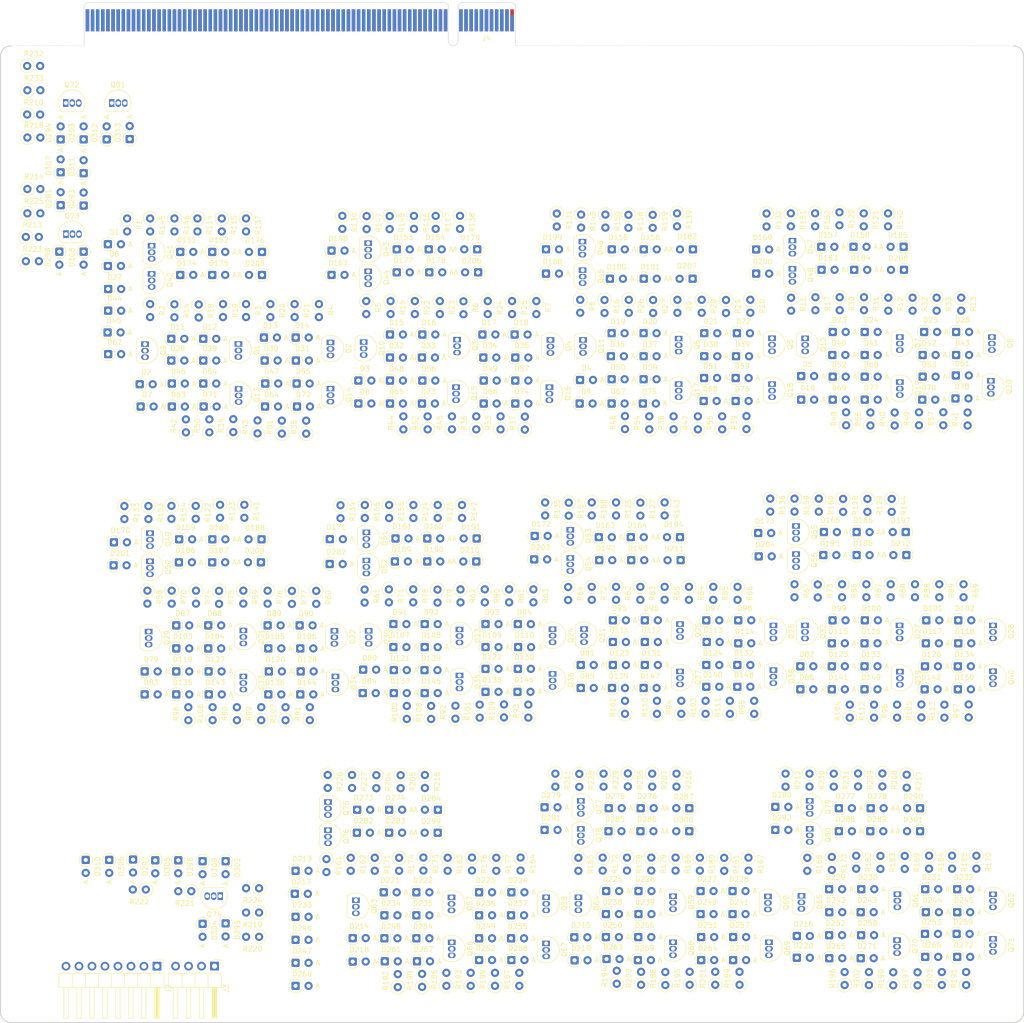
<source format=kicad_pcb>
(kicad_pcb (version 20241229) (generator "pcbnew") (generator_version "9.0")
  (title_block (title "Santa's Microfactory - Scoring and Health") (date "2026-01-05"))
  (layers (0 "F.Cu" signal) (2 "B.Cu" signal) (13 "F.Paste" user) (15 "B.Paste" user) (5 "F.SilkS" user "F.Silkscreen") (7 "B.SilkS" user "B.Silkscreen") (1 "F.Mask" user) (3 "B.Mask" user) (25 "Edge.Cuts" user))
  (net 0 "")
  (net 1 "CLK_TICK")
  (net 2 "SEED_0")
  (net 3 "GND")
  (net 9 "CLK")
  (net 10 "NCLK")
  (net 47 "IN_G0")
  (net 48 "IN_C0")
  (net 52 "SEED_1")
  (net 53 "SEED_2")
  (net 54 "RESET")
  (net 55 "SEED_3")
  (net 56 "SEED_4")
  (net 57 "TAP_G2")
  (net 58 "TAP_C2")
  (net 59 "TAP_G3")
  (net 60 "TAP_C3")
  (net 62 "NRESET")
  (net 63 "TAP_G5")
  (net 64 "TAP_C5")
  (net 65 "TAP_G6")
  (net 66 "TAP_C6")
  (net 67 "TAP_G8")
  (net 68 "TAP_C8")
  (net 69 "TAP_G9")
  (net 70 "TAP_C9")
  (net 71 "HALT")
  (net 72 "LOAD0")
  (net 73 "LOAD1")
  (net 74 "LOAD2")
  (net 75 "LOAD3")
  (net 76 "LOAD4")
  (net 77 "LOAD5")
  (net 78 "INPUT0")
  (net 79 "INPUT1")
  (net 80 "INPUT2")
  (net 81 "INPUT3")
  (net 82 "INPUT4")
  (net 83 "INPUT5")
  (net 88 "NHALT")
  (net 90 "STEP0")
  (net 91 "CORR_0")
  (net 92 "Net-(D2-A)")
  (net 93 "Net-(D3-A)")
  (net 94 "Net-(D4-A)")
  (net 95 "Net-(D10-A)")
  (net 96 "CORR_1")
  (net 97 "IN_H0")
  (net 98 "IN_H1")
  (net 99 "IN_H2")
  (net 100 "IN_H3")
  (net 101 "Net-(D11-A)")
  (net 102 "Net-(D11-K)")
  (net 103 "Net-(D12-A)")
  (net 104 "Net-(D13-A)")
  (net 105 "Net-(D13-K)")
  (net 106 "Net-(D14-A)")
  (net 107 "Net-(D15-K)")
  (net 108 "Net-(D15-A)")
  (net 109 "Net-(D16-A)")
  (net 110 "Net-(D17-K)")
  (net 111 "Net-(D17-A)")
  (net 112 "Net-(D18-A)")
  (net 113 "Net-(D19-A)")
  (net 114 "Net-(D19-K)")
  (net 115 "Net-(D20-A)")
  (net 116 "Net-(D21-K)")
  (net 117 "Net-(D21-A)")
  (net 118 "Net-(D22-A)")
  (net 119 "Net-(D23-A)")
  (net 120 "Net-(D23-K)")
  (net 121 "Net-(D24-A)")
  (net 122 "Net-(D25-A)")
  (net 123 "Net-(D25-K)")
  (net 124 "Net-(D26-A)")
  (net 125 "CORR_2")
  (net 126 "Net-(D29-K)")
  (net 127 "NOUT_H0")
  (net 128 "Net-(D33-K)")
  (net 129 "NOUT_H1")
  (net 130 "Net-(D37-K)")
  (net 131 "NOUT_H2")
  (net 132 "Net-(D41-K)")
  (net 133 "NOUT_H3")
  (net 134 "CORR_3")
  (net 135 "CORR_4")
  (net 136 "Net-(D46-A)")
  (net 137 "Net-(D47-A)")
  (net 138 "Net-(D48-A)")
  (net 139 "Net-(D49-A)")
  (net 140 "Net-(D50-A)")
  (net 141 "Net-(D51-A)")
  (net 142 "Net-(D52-A)")
  (net 143 "Net-(D53-A)")
  (net 144 "Net-(D54-A)")
  (net 145 "OUT_H0")
  (net 146 "Net-(D55-A)")
  (net 147 "Net-(D56-A)")
  (net 148 "Net-(D57-A)")
  (net 149 "OUT_H1")
  (net 150 "Net-(D58-A)")
  (net 151 "Net-(D59-A)")
  (net 152 "OUT_H2")
  (net 153 "Net-(D60-A)")
  (net 154 "Net-(D61-A)")
  (net 155 "OUT_H3")
  (net 156 "CORR_5")
  (net 157 "Net-(D119-K)")
  (net 158 "Net-(D121-K)")
  (net 159 "Net-(D123-K)")
  (net 160 "Net-(D125-K)")
  (net 161 "IN_H4")
  (net 162 "IN_H5")
  (net 163 "IN_H6")
  (net 164 "IN_H7")
  (net 165 "Net-(D103-A)")
  (net 166 "Net-(D87-K)")
  (net 167 "Net-(D104-A)")
  (net 168 "Net-(D105-A)")
  (net 169 "Net-(D127-K)")
  (net 170 "Net-(D106-A)")
  (net 171 "Net-(D107-A)")
  (net 172 "Net-(D91-K)")
  (net 173 "Net-(D108-A)")
  (net 174 "Net-(D129-K)")
  (net 175 "Net-(D109-A)")
  (net 176 "Net-(D110-A)")
  (net 177 "Net-(D95-K)")
  (net 178 "Net-(D111-A)")
  (net 179 "Net-(D112-A)")
  (net 180 "Net-(D113-A)")
  (net 181 "Net-(D131-K)")
  (net 182 "Net-(D114-A)")
  (net 183 "Net-(D99-K)")
  (net 184 "Net-(D100-K)")
  (net 185 "Net-(D100-A)")
  (net 186 "Net-(D101-A)")
  (net 187 "Net-(D101-K)")
  (net 188 "Net-(D102-A)")
  (net 189 "Net-(D104-K)")
  (net 190 "NOUT_H4")
  (net 191 "Net-(D108-K)")
  (net 192 "NOUT_H5")
  (net 193 "Net-(D112-K)")
  (net 194 "NOUT_H6")
  (net 195 "Net-(D116-K)")
  (net 196 "NOUT_H7")
  (net 197 "Net-(D119-A)")
  (net 198 "Net-(D120-A)")
  (net 199 "Net-(D121-A)")
  (net 200 "Net-(D122-A)")
  (net 201 "Net-(D123-A)")
  (net 202 "Net-(D124-A)")
  (net 203 "Net-(D125-A)")
  (net 204 "Net-(D126-A)")
  (net 205 "Net-(D127-A)")
  (net 206 "Net-(D128-A)")
  (net 207 "OUT_H4")
  (net 208 "Net-(D129-A)")
  (net 209 "OUT_H5")
  (net 210 "Net-(D130-A)")
  (net 211 "Net-(D131-A)")
  (net 212 "OUT_H6")
  (net 213 "Net-(D132-A)")
  (net 214 "Net-(D133-A)")
  (net 215 "OUT_H7")
  (net 216 "Net-(D134-A)")
  (net 217 "Net-(D151-K)")
  (net 218 "Net-(D151-A)")
  (net 219 "Net-(D152-A)")
  (net 220 "Net-(D152-K)")
  (net 221 "Net-(D153-A)")
  (net 222 "Net-(D153-K)")
  (net 223 "Net-(D154-A)")
  (net 224 "Net-(D154-K)")
  (net 225 "Net-(D155-A)")
  (net 226 "Net-(D155-K)")
  (net 227 "Net-(D156-A)")
  (net 228 "Net-(D156-K)")
  (net 229 "Net-(D157-A)")
  (net 230 "Net-(D157-K)")
  (net 231 "Net-(D158-K)")
  (net 232 "Net-(D158-A)")
  (net 233 "Net-(D159-A)")
  (net 234 "Net-(D159-K)")
  (net 235 "Net-(D160-K)")
  (net 236 "Net-(D160-A)")
  (net 237 "Net-(D161-A)")
  (net 238 "Net-(D161-K)")
  (net 239 "Net-(D162-A)")
  (net 240 "Net-(D162-K)")
  (net 241 "Net-(D163-K)")
  (net 242 "Net-(D163-A)")
  (net 243 "Net-(D164-A)")
  (net 244 "Net-(D164-K)")
  (net 245 "Net-(D165-A)")
  (net 246 "Net-(D165-K)")
  (net 247 "Net-(D166-K)")
  (net 248 "Net-(D166-A)")
  (net 249 "STEP1")
  (net 250 "STEP2")
  (net 251 "STEP3")
  (net 252 "STEP4")
  (net 253 "STEP5")
  (net 254 "STEP6")
  (net 255 "STEP7")
  (net 256 "DAMAGE")
  (net 257 "WRONG_0")
  (net 258 "Net-(D214-A)")
  (net 259 "Net-(D215-A)")
  (net 260 "Net-(D216-A)")
  (net 261 "WRONG_1")
  (net 262 "IN_D0")
  (net 263 "IN_D1")
  (net 264 "IN_D2")
  (net 265 "Net-(D221-A)")
  (net 266 "Net-(D221-K)")
  (net 267 "Net-(D222-A)")
  (net 268 "Net-(D223-K)")
  (net 269 "Net-(D223-A)")
  (net 270 "Net-(D224-A)")
  (net 271 "Net-(D225-A)")
  (net 272 "Net-(D225-K)")
  (net 273 "Net-(D226-A)")
  (net 274 "Net-(D227-A)")
  (net 275 "Net-(D227-K)")
  (net 276 "Net-(D228-A)")
  (net 277 "Net-(D229-A)")
  (net 278 "Net-(D229-K)")
  (net 279 "Net-(D230-A)")
  (net 280 "Net-(D231-K)")
  (net 281 "Net-(D231-A)")
  (net 282 "Net-(D232-A)")
  (net 283 "WRONG_2")
  (net 284 "Net-(D235-K)")
  (net 285 "NOUT_D0")
  (net 286 "Net-(D239-K)")
  (net 287 "NOUT_D1")
  (net 288 "Net-(D243-K)")
  (net 289 "HEART0")
  (net 290 "WRONG_3")
  (net 291 "WRONG_4")
  (net 292 "Net-(D248-A)")
  (net 293 "Net-(D249-A)")
  (net 294 "Net-(D250-A)")
  (net 295 "Net-(D251-A)")
  (net 296 "Net-(D252-A)")
  (net 297 "Net-(D253-A)")
  (net 298 "Net-(D254-A)")
  (net 299 "OUT_D0")
  (net 300 "Net-(D255-A)")
  (net 301 "Net-(D256-A)")
  (net 302 "OUT_D1")
  (net 303 "Net-(D257-A)")
  (net 304 "Net-(D258-A)")
  (net 305 "Net-(D259-A)")
  (net 306 "OUT_D2")
  (net 307 "WRONG_5")
  (net 308 "Net-(D273-K)")
  (net 309 "Net-(D273-A)")
  (net 310 "Net-(D274-K)")
  (net 311 "Net-(D274-A)")
  (net 312 "Net-(D275-K)")
  (net 313 "Net-(D275-A)")
  (net 314 "Net-(D276-A)")
  (net 315 "Net-(D276-K)")
  (net 316 "Net-(D277-A)")
  (net 317 "Net-(D277-K)")
  (net 318 "Net-(D278-K)")
  (net 319 "Net-(D278-A)")
  (net 320 "DSTEP1")
  (net 321 "DSTEP2")
  (net 322 "Net-(D281-A)")
  (net 323 "Net-(D293-K)")
  (net 324 "Net-(D294-A)")
  (net 325 "DEATH")
  (net 326 "HEART1")
  (net 327 "HEART2")
  (net 328 "HEART3")
  (net 329 "Net-(D298-K)")
  (net 330 "Net-(D302-A)")
  (net 331 "Net-(D304-K)")
  (net 332 "Net-(D312-A)")
  (net 333 "+5V")
  (footprint "Resistor_THT:R_Axial_DIN0207_L6.3mm_D2.5mm_P2.54mm_Vertical" (layer "F.Cu") (at 204.015686 158.135 90)
    (property "Reference" "R96")
    (property "Value" "10k")
  )
  (footprint "Diode_THT:D_DO-35_SOD27_P2.54mm_Vertical_AnodeUp" (layer "F.Cu") (at 164.04 72.295 180)
    (property "Reference" "D207")
    (property "Value" "D")
  )
  (footprint "Resistor_THT:R_Axial_DIN0207_L6.3mm_D2.5mm_P2.54mm_Vertical" (layer "F.Cu") (at 168.465686 210.385968 90)
    (property "Reference" "R201")
    (property "Value" "10k")
  )
  (footprint "Resistor_THT:R_Axial_DIN0207_L6.3mm_D2.5mm_P2.54mm_Vertical" (layer "F.Cu") (at 92.715686 169.345968 -90)
    (property "Reference" "R226")
    (property "Value" "10k")
  )
  (footprint "Diode_THT:D_DO-35_SOD27_P2.54mm_Vertical_AnodeUp" (layer "F.Cu") (at 172.71 82.95)
    (property "Reference" "D22")
    (property "Value" "D")
  )
  (footprint "Resistor_THT:R_Axial_DIN0207_L6.3mm_D2.5mm_P2.54mm_Vertical" (layer "F.Cu") (at 208.3 100.95 90)
    (property "Reference" "R49")
    (property "Value" "10k")
  )
  (footprint "Diode_THT:D_DO-35_SOD27_P2.54mm_Vertical_AnodeUp" (layer "F.Cu") (at 141.96 96.7)
    (property "Reference" "D9")
    (property "Value" "D")
  )
  (footprint "Diode_THT:D_DO-35_SOD27_P2.54mm_Vertical_AnodeUp" (layer "F.Cu") (at 171.851372 196.550968)
    (property "Reference" "D241")
    (property "Value" "D")
  )
  (footprint "Package_TO_SOT_THT:TO-92L_Inline" (layer "F.Cu") (at 136.675686 140.84 -90)
    (property "Reference" "Q24")
    (property "Value" "NPN")
  )
  (footprint "Resistor_THT:R_Axial_DIN0207_L6.3mm_D2.5mm_P2.54mm_Vertical" (layer "F.Cu") (at 102.215686 169.390968 -90)
    (property "Reference" "R204")
    (property "Value" "10k")
  )
  (footprint "Resistor_THT:R_Axial_DIN0207_L6.3mm_D2.5mm_P2.54mm_Vertical" (layer "F.Cu") (at 176.08 157.385 90)
    (property "Reference" "R95")
    (property "Value" "10k")
  )
  (footprint "Diode_THT:D_DO-35_SOD27_P2.54mm_Vertical_AnodeUp" (layer "F.Cu") (at 111.135686 87.705)
    (property "Reference" "D33")
    (property "Value" "D")
  )
  (footprint "Diode_THT:D_DO-35_SOD27_P2.54mm_Vertical_AnodeUp" (layer "F.Cu") (at 112.175686 123.09)
    (property "Reference" "D162")
    (property "Value" "D")
  )
  (footprint "Diode_THT:D_DO-35_SOD27_P2.54mm_Vertical_AnodeUp" (layer "F.Cu") (at 165.601372 196.550968)
    (property "Reference" "D240")
    (property "Value" "D")
  )
  (footprint "Resistor_THT:R_Axial_DIN0207_L6.3mm_D2.5mm_P2.54mm_Vertical" (layer "F.Cu") (at 208.765686 158.09 90)
    (property "Reference" "R105")
    (property "Value" "10k")
  )
  (footprint "Diode_THT:D_DO-35_SOD27_P2.54mm_Vertical_AnodeUp" (layer "F.Cu") (at 98.425686 180.640968)
    (property "Reference" "D282")
    (property "Value" "D")
  )
  (footprint "Package_TO_SOT_THT:TO-92L_Inline" (layer "F.Cu") (at 186.015686 140.09 -90)
    (property "Reference" "Q32")
    (property "Value" "NPN")
  )
  (footprint "Diode_THT:D_DO-35_SOD27_P2.54mm_Vertical_AnodeUp" (layer "F.Cu") (at 110.165686 205.790968)
    (property "Reference" "D267")
    (property "Value" "D")
  )
  (footprint "Diode_THT:D_DO-35_SOD27_P2.54mm_Vertical_AnodeUp" (layer "F.Cu") (at 190.765686 205.180968)
    (property "Reference" "D265")
    (property "Value" "D")
  )
  (footprint "Resistor_THT:R_Axial_DIN0207_L6.3mm_D2.5mm_P2.54mm_Vertical" (layer "F.Cu") (at 108.175686 158.385 90)
    (property "Reference" "R100")
    (property "Value" "10k")
  )
  (footprint "Package_TO_SOT_THT:TO-92L_Inline" (layer "F.Cu") (at 222.765686 140.09 -90)
    (property "Reference" "Q28")
    (property "Value" "NPN")
  )
  (footprint "Resistor_THT:R_Axial_DIN0207_L6.3mm_D2.5mm_P2.54mm_Vertical" (layer "F.Cu") (at 153.965686 210.385968 90)
    (property "Reference" "R200")
    (property "Value" "10k")
  )
  (footprint "Resistor_THT:R_Axial_DIN0207_L6.3mm_D2.5mm_P2.54mm_Vertical" (layer "F.Cu") (at 158.715686 210.430968 90)
    (property "Reference" "R188")
    (property "Value" "10k")
  )
  (footprint "Diode_THT:D_DO-35_SOD27_P2.54mm_Vertical_AnodeUp" (layer "F.Cu") (at 209.01 87.2)
    (property "Reference" "D42")
    (property "Value" "D")
  )
  (footprint "Resistor_THT:R_Axial_DIN0207_L6.3mm_D2.5mm_P2.54mm_Vertical" (layer "F.Cu") (at 160.715686 185.505968 -90)
    (property "Reference" "R166")
    (property "Value" "10k")
  )
  (footprint "Package_TO_SOT_THT:TO-92L_Inline" (layer "F.Cu") (at 140.13 121.39 -90)
    (property "Reference" "Q53")
    (property "Value" "NPN")
  )
  (footprint "Resistor_THT:R_Axial_DIN0207_L6.3mm_D2.5mm_P2.54mm_Vertical" (layer "F.Cu") (at 113.824314 59.995 -90)
    (property "Reference" "R117")
    (property "Value" "10k")
  )
  (footprint "Resistor_THT:R_Axial_DIN0207_L6.3mm_D2.5mm_P2.54mm_Vertical" (layer "F.Cu") (at 194.05 100.95 90)
    (property "Reference" "R48")
    (property "Value" "10k")
  )
  (footprint "Diode_THT:D_DO-35_SOD27_P2.54mm_Vertical_AnodeUp" (layer "F.Cu") (at 166.324314 87.45)
    (property "Reference" "D38")
    (property "Value" "D")
  )
  (footprint "Resistor_THT:R_Axial_DIN0207_L6.3mm_D2.5mm_P2.54mm_Vertical" (layer "F.Cu") (at 191.265686 185.385968 -90)
    (property "Reference" "R173")
    (property "Value" "10k")
  )
  (footprint "Diode_THT:D_DO-35_SOD27_P2.54mm_Vertical_AnodeUp" (layer "F.Cu") (at 49.675686 82.79)
    (property "Reference" "D45")
    (property "Value" "D")
  )
  (footprint "Package_TO_SOT_THT:TO-92L_Inline" (layer "F.Cu") (at 141.715686 193.260968 -90)
    (property "Reference" "Q64")
    (property "Value" "NPN")
  )
  (footprint "Diode_THT:D_DO-35_SOD27_P2.54mm_Vertical_AnodeUp" (layer "F.Cu") (at 154.5 72.295)
    (property "Reference" "D181")
    (property "Value" "D")
  )
  (footprint "Diode_THT:D_DO-35_SOD27_P2.54mm_Vertical_AnodeUp" (layer "F.Cu") (at 209.475686 148.09)
    (property "Reference" "D126")
    (property "Value" "D")
  )
  (footprint "Resistor_THT:R_Axial_DIN0207_L6.3mm_D2.5mm_P2.54mm_Vertical" (layer "F.Cu") (at 197.55 75.905 -90)
    (property "Reference" "R31")
    (property "Value" "10k")
  )
  (footprint "Diode_THT:D_DO-35_SOD27_P2.54mm_Vertical_AnodeUp" (layer "F.Cu") (at 148.465686 143.34)
    (property "Reference" "D111")
    (property "Value" "D")
  )
  (footprint "Diode_THT:D_DO-35_SOD27_P2.54mm_Vertical_AnodeUp" (layer "F.Cu") (at 166.715686 152.09)
    (property "Reference" "D140")
    (property "Value" "D")
  )
  (footprint "Package_TO_SOT_THT:TO-92L_Inline" (layer "F.Cu") (at 135.415686 202.290968 -90)
    (property "Reference" "Q67")
    (property "Value" "NPN")
  )
  (footprint "Diode_THT:D_DO-35_SOD27_P2.54mm_Vertical_AnodeUp" (layer "F.Cu") (at 81.101372 153.59)
    (property "Reference" "D136")
    (property "Value" "D")
  )
  (footprint "Diode_THT:D_DO-35_SOD27_P2.54mm_Vertical_AnodeUp" (layer "F.Cu") (at 40.5 45.04 90)
    (property "Reference" "D294")
    (property "Value" "D")
  )
  (footprint "Resistor_THT:R_Axial_DIN0207_L6.3mm_D2.5mm_P2.54mm_Vertical" (layer "F.Cu") (at 155.574314 101.745 90)
    (property "Reference" "R54")
    (property "Value" "10k")
  )
  (footprint "Resistor_THT:R_Axial_DIN0207_L6.3mm_D2.5mm_P2.54mm_Vertical" (layer "F.Cu") (at 158.58 132.545 -90)
    (property "Reference" "R65")
    (property "Value" "10k")
  )
  (footprint "Diode_THT:D_DO-35_SOD27_P2.54mm_Vertical_AnodeUp" (layer "F.Cu") (at 147.885686 72.295)
    (property "Reference" "D180")
    (property "Value" "D")
  )
  (footprint "Resistor_THT:R_Axial_DIN0207_L6.3mm_D2.5mm_P2.54mm_Vertical" (layer "F.Cu") (at 183.3 76 -90)
    (property "Reference" "R11")
    (property "Value" "10k")
  )
  (footprint "Resistor_THT:R_Axial_DIN0207_L6.3mm_D2.5mm_P2.54mm_Vertical" (layer "F.Cu") (at 34 44.675686)
    (property "Reference" "R218")
    (property "Value" "10k")
  )
  (footprint "Resistor_THT:R_Axial_DIN0207_L6.3mm_D2.5mm_P2.54mm_Vertical" (layer "F.Cu") (at 213.05 100.95 90)
    (property "Reference" "R57")
    (property "Value" "10k")
  )
  (footprint "Diode_THT:D_DO-35_SOD27_P2.54mm_Vertical_AnodeUp" (layer "F.Cu") (at 62.25 97.29)
    (property "Reference" "D63")
    (property "Value" "D")
  )
  (footprint "Diode_THT:D_DO-35_SOD27_P2.54mm_Vertical_AnodeUp" (layer "F.Cu") (at 123.561372 139.84)
    (property "Reference" "D93")
    (property "Value" "D")
  )
  (footprint "Resistor_THT:R_Axial_DIN0207_L6.3mm_D2.5mm_P2.54mm_Vertical" (layer "F.Cu") (at 188.05 75.91 -90)
    (property "Reference" "R17")
    (property "Value" "10k")
  )
  (footprint "Resistor_THT:R_Axial_DIN0207_L6.3mm_D2.5mm_P2.54mm_Vertical" (layer "F.Cu") (at 216.55 75.995 -90)
    (property "Reference" "R13")
    (property "Value" "10k")
  )
  (footprint "Resistor_THT:R_Axial_DIN0207_L6.3mm_D2.5mm_P2.54mm_Vertical" (layer "F.Cu") (at 97.465686 169.350968 -90)
    (property "Reference" "R227")
    (property "Value" "10k")
  )
  (footprint "Resistor_THT:R_Axial_DIN0207_L6.3mm_D2.5mm_P2.54mm_Vertical" (layer "F.Cu") (at 90.465686 133.34 -90)
    (property "Reference" "R60")
    (property "Value" "10k")
  )
  (footprint "Resistor_THT:R_Axial_DIN0207_L6.3mm_D2.5mm_P2.54mm_Vertical" (layer "F.Cu") (at 156.141372 169.090968 -90)
    (property "Reference" "R207")
    (property "Value" "10k")
  )
  (footprint "Diode_THT:D_DO-35_SOD27_P2.54mm_Vertical_AnodeUp" (layer "F.Cu") (at 148.465686 139.09)
    (property "Reference" "D95")
    (property "Value" "D")
  )
  (footprint "Diode_THT:D_DO-35_SOD27_P2.54mm_Vertical_AnodeUp" (layer "F.Cu") (at 63.665686 123.25)
    (property "Reference" "D159")
    (property "Value" "D")
  )
  (footprint "Diode_THT:D_DO-35_SOD27_P2.54mm_Vertical_AnodeUp" (layer "F.Cu") (at 86.425686 197.090968)
    (property "Reference" "D233")
    (property "Value" "D")
  )
  (footprint "Package_TO_SOT_THT:TO-92L_Inline" (layer "F.Cu") (at 93.25 93.79 -90)
    (property "Reference" "Q14")
    (property "Value" "NPN")
  )
  (footprint "Diode_THT:D_DO-35_SOD27_P2.54mm_Vertical_AnodeUp" (layer "F.Cu") (at 191.265686 152.59)
    (property "Reference" "D141")
    (property "Value" "D")
  )
  (footprint "Resistor_THT:R_Axial_DIN0207_L6.3mm_D2.5mm_P2.54mm_Vertical" (layer "F.Cu") (at 124 76.665 -90)
    (property "Reference" "R24")
    (property "Value" "10k")
  )
  (footprint "Diode_THT:D_DO-35_SOD27_P2.54mm_Vertical_AnodeUp" (layer "F.Cu") (at 93.46 66.79)
    (property "Reference" "D198")
    (property "Value" "D")
  )
  (footprint "Package_TO_SOT_THT:TO-92L_Inline" (layer "F.Cu") (at 179.574314 83.93 -90)
    (property "Reference" "Q6")
    (property "Value" "NPN")
  )
  (footprint "Resistor_THT:R_Axial_DIN0207_L6.3mm_D2.5mm_P2.54mm_Vertical" (layer "F.Cu") (at 114.175686 133.09 -90)
    (property "Reference" "R79")
    (property "Value" "10k")
  )
  (footprint "Resistor_THT:R_Axial_DIN0207_L6.3mm_D2.5mm_P2.54mm_Vertical" (layer "F.Cu") (at 146.824314 76.45 -90)
    (property "Reference" "R16")
    (property "Value" "10k")
  )
  (footprint "Resistor_THT:R_Axial_DIN0207_L6.3mm_D2.5mm_P2.54mm_Vertical" (layer "F.Cu") (at 72 60.505 -90)
    (property "Reference" "R115")
    (property "Value" "10k")
  )
  (footprint "Diode_THT:D_DO-35_SOD27_P2.54mm_Vertical_AnodeUp" (layer "F.Cu") (at 164.114314 66.545 180)
    (property "Reference" "D182")
    (property "Value" "D")
  )
  (footprint "Diode_THT:D_DO-35_SOD27_P2.54mm_Vertical_AnodeUp" (layer "F.Cu") (at 172.46 96.2)
    (property "Reference" "D76")
    (property "Value" "D")
  )
  (footprint "Diode_THT:D_DO-35_SOD27_P2.54mm_Vertical_AnodeUp" (layer "F.Cu") (at 80.25 83.79)
    (property "Reference" "D13")
    (property "Value" "D")
  )
  (footprint "Package_TO_SOT_THT:TO-92L_Inline" (layer "F.Cu") (at 57.715686 141.3 -90)
    (property "Reference" "Q29")
    (property "Value" "NPN")
  )
  (footprint "Resistor_THT:R_Axial_DIN0207_L6.3mm_D2.5mm_P2.54mm_Vertical" (layer "F.Cu") (at 188.515686 132.09 -90)
    (property "Reference" "R73")
    (property "Value" "10k")
  )
  (footprint "Resistor_THT:R_Axial_DIN0207_L6.3mm_D2.5mm_P2.54mm_Vertical" (layer "F.Cu") (at 150.83 157.385 90)
    (property "Reference" "R102")
    (property "Value" "10k")
  )
  (footprint "Diode_THT:D_DO-35_SOD27_P2.54mm_Vertical_AnodeUp" (layer "F.Cu") (at 154.46 82.95)
    (property "Reference" "D20")
    (property "Value" "D")
  )
  (footprint "Resistor_THT:R_Axial_DIN0207_L6.3mm_D2.5mm_P2.54mm_Vertical" (layer "F.Cu") (at 83.75 102.585 90)
    (property "Reference" "R51")
    (property "Value" "10k")
  )
  (footprint "Diode_THT:D_DO-35_SOD27_P2.54mm_Vertical_AnodeUp" (layer "F.Cu") (at 62.135686 84.04)
    (property "Reference" "D11")
    (property "Value" "D")
  )
  (footprint "Diode_THT:D_DO-35_SOD27_P2.54mm_Vertical_AnodeUp" (layer "F.Cu") (at 185.101372 152.59)
    (property "Reference" "D86")
    (property "Value" "D")
  )
  (footprint "Resistor_THT:R_Axial_DIN0207_L6.3mm_D2.5mm_P2.54mm_Vertical" (layer "F.Cu") (at 111.165686 210.790968 90)
    (property "Reference" "R198")
    (property "Value" "10k")
  )
  (footprint "Diode_THT:D_DO-35_SOD27_P2.54mm_Vertical_AnodeUp" (layer "F.Cu") (at 99.561372 153.34)
    (property "Reference" "D84")
    (property "Value" "D")
  )
  (footprint "Resistor_THT:R_Axial_DIN0207_L6.3mm_D2.5mm_P2.54mm_Vertical" (layer "F.Cu") (at 104.675686 133.045 -90)
    (property "Reference" "R71")
    (property "Value" "10k")
  )
  (footprint "Diode_THT:D_DO-35_SOD27_P2.54mm_Vertical_AnodeUp" (layer "F.Cu") (at 80.385686 88.29)
    (property "Reference" "D30")
    (property "Value" "D")
  )
  (footprint "Package_TO_SOT_THT:TO-92L_Inline" (layer "F.Cu") (at 41.55 63.564314)
    (property "Reference" "Q73")
    (property "Value" "NPN")
  )
  (footprint "Resistor_THT:R_Axial_DIN0207_L6.3mm_D2.5mm_P2.54mm_Vertical" (layer "F.Cu") (at 202.3 76 -90)
    (property "Reference" "R12")
    (property "Value" "10k")
  )
  (footprint "Diode_THT:D_DO-35_SOD27_P2.54mm_Vertical_AnodeUp" (layer "F.Cu") (at 49.75 69.79)
    (property "Reference" "D6")
    (property "Value" "D")
  )
  (footprint "Diode_THT:D_DO-35_SOD27_P2.54mm_Vertical_AnodeUp" (layer "F.Cu") (at 69.425686 149.09)
    (property "Reference" "D127")
    (property "Value" "D")
  )
  (footprint "Diode_THT:D_DO-35_SOD27_P2.54mm_Vertical_AnodeUp" (layer "F.Cu") (at 111.675686 144.34)
    (property "Reference" "D108")
    (property "Value" "D")
  )
  (footprint "Diode_THT:D_DO-35_SOD27_P2.54mm_Vertical_AnodeUp" (layer "F.Cu") (at 110.051372 192.290968)
    (property "Reference" "D222")
    (property "Value" "D")
  )
  (footprint "Diode_THT:D_DO-35_SOD27_P2.54mm_Vertical_AnodeUp" (layer "F.Cu") (at 98.465686 176.140968)
    (property "Reference" "D273")
    (property "Value" "D")
  )
  (footprint "Diode_THT:D_DO-35_SOD27_P2.54mm_Vertical_AnodeUp" (layer "F.Cu") (at 56.925686 149.09)
    (property "Reference" "D79")
    (property "Value" "D")
  )
  (footprint "Resistor_THT:R_Axial_DIN0207_L6.3mm_D2.5mm_P2.54mm_Vertical" (layer "F.Cu") (at 69.574314 102.33 90)
    (property "Reference" "R50")
    (property "Value" "10k")
  )
  (footprint "Diode_THT:D_DO-35_SOD27_P2.54mm_Vertical_AnodeUp" (layer "F.Cu") (at 142.175686 147.84)
    (property "Reference" "D81")
    (property "Value" "D")
  )
  (footprint "Resistor_THT:R_Axial_DIN0207_L6.3mm_D2.5mm_P2.54mm_Vertical" (layer "F.Cu") (at 57.465686 133.295 -90)
    (property "Reference" "R58")
    (property "Value" "10k")
  )
  (footprint "Resistor_THT:R_Axial_DIN0207_L6.3mm_D2.5mm_P2.54mm_Vertical" (layer "F.Cu") (at 79.295 196.25 180)
    (property "Reference" "R219")
    (property "Value" "10k")
  )
  (footprint "Package_TO_SOT_THT:TO-92L_Inline" (layer "F.Cu") (at 161.324314 84 -90)
    (property "Reference" "Q5")
    (property "Value" "NPN")
  )
  (footprint "Resistor_THT:R_Axial_DIN0207_L6.3mm_D2.5mm_P2.54mm_Vertical" (layer "F.Cu") (at 192.8 75.91 -90)
    (property "Reference" "R30")
    (property "Value" "10k")
  )
  (footprint "Diode_THT:D_DO-35_SOD27_P2.54mm_Vertical_AnodeUp" (layer "F.Cu") (at 135.101372 175.662983)
    (property "Reference" "D279")
    (property "Value" "D")
  )
  (footprint "Package_TO_SOT_THT:TO-92L_Inline" (layer "F.Cu") (at 184.265686 120.645 -90)
    (property "Reference" "Q55")
    (property "Value" "NPN")
  )
  (footprint "Resistor_THT:R_Axial_DIN0207_L6.3mm_D2.5mm_P2.54mm_Vertical" (layer "F.Cu") (at 208.015686 210.475968 90)
    (property "Reference" "R197")
    (property "Value" "10k")
  )
  (footprint "Diode_THT:D_DO-35_SOD27_P2.54mm_Vertical_AnodeUp" (layer "F.Cu") (at 196.975686 200.680968)
    (property "Reference" "D258")
    (property "Value" "D")
  )
  (footprint "Diode_THT:D_DO-35_SOD27_P2.54mm_Vertical_AnodeUp" (layer "F.Cu") (at 86.288629 192.590968)
    (property "Reference" "D217")
    (property "Value" "D")
  )
  (footprint "Resistor_THT:R_Axial_DIN0207_L6.3mm_D2.5mm_P2.54mm_Vertical" (layer "F.Cu") (at 163.465686 210.385968 90)
    (property "Reference" "R195")
    (property "Value" "10k")
  )
  (footprint "Diode_THT:D_DO-35_SOD27_P2.54mm_Vertical_AnodeUp" (layer "F.Cu") (at 145.79 127.34)
    (property "Reference" "D192")
    (property "Value" "D")
  )
  (footprint "Resistor_THT:R_Axial_DIN0207_L6.3mm_D2.5mm_P2.54mm_Vertical" (layer "F.Cu") (at 202.965686 115.345 -90)
    (property "Reference" "R144")
    (property "Value" "10k")
  )
  (footprint "Diode_THT:D_DO-35_SOD27_P2.54mm_Vertical_AnodeUp" (layer "F.Cu") (at 68.25 186.21 -90)
    (property "Reference" "D309")
    (property "Value" "D")
  )
  (footprint "Resistor_THT:R_Axial_DIN0207_L6.3mm_D2.5mm_P2.54mm_Vertical" (layer "F.Cu") (at 106.965686 169.390968 -90)
    (property "Reference" "R205")
    (property "Value" "10k")
  )
  (footprint "Package_TO_SOT_THT:TO-92L_Inline" (layer "F.Cu") (at 183.55 64.845 -90)
    (property "Reference" "Q47")
    (property "Value" "NPN")
  )
  (footprint "Resistor_THT:R_Axial_DIN0207_L6.3mm_D2.5mm_P2.54mm_Vertical" (layer "F.Cu") (at 193.465686 115.345 -90)
    (property "Reference" "R128")
    (property "Value" "10k")
  )
  (footprint "Package_TO_SOT_THT:TO-92L_Inline" (layer "F.Cu") (at 142.191372 179.890968 -90)
    (property "Reference" "Q78")
    (property "Value" "NPN")
  )
  (footprint "Diode_THT:D_DO-35_SOD27_P2.54mm_Vertical_AnodeUp" (layer "F.Cu") (at 79.864314 67.045 180)
    (property "Reference" "D176")
    (property "Value" "D")
  )
  (footprint "Diode_THT:D_DO-35_SOD27_P2.54mm_Vertical_AnodeUp" (layer "F.Cu") (at 209.651372 196.180968)
    (property "Reference" "D244")
    (property "Value" "D")
  )
  (footprint "Resistor_THT:R_Axial_DIN0207_L6.3mm_D2.5mm_P2.54mm_Vertical" (layer "F.Cu") (at 207.05 76 -90)
    (property "Reference" "R32")
    (property "Value" "10k")
  )
  (footprint "Diode_THT:D_DO-35_SOD27_P2.54mm_Vertical_AnodeUp" (layer "F.Cu") (at 112.175686 127.59)
    (property "Reference" "D190")
    (property "Value" "D")
  )
  (footprint "Package_TO_SOT_THT:TO-92L_Inline" (layer "F.Cu") (at 118 84.205 -90)
    (property "Reference" "Q3")
    (property "Value" "NPN")
  )
  (footprint "Diode_THT:D_DO-35_SOD27_P2.54mm_Vertical_AnodeUp" (layer "F.Cu") (at 80.5 92.79)
    (property "Reference" "D47")
    (property "Value" "D")
  )
  (footprint "Diode_THT:D_DO-35_SOD27_P2.54mm_Vertical_AnodeUp" (layer "F.Cu") (at 55.96 92.92629)
    (property "Reference" "D2")
    (property "Value" "D")
  )
  (footprint "Diode_THT:D_DO-35_SOD27_P2.54mm_Vertical_AnodeUp" (layer "F.Cu") (at 93.138348 123.225725)
    (property "Reference" "D171")
    (property "Value" "D")
  )
  (footprint "Resistor_THT:R_Axial_DIN0207_L6.3mm_D2.5mm_P2.54mm_Vertical" (layer "F.Cu") (at 112.25 101.75 90)
    (property "Reference" "R52")
    (property "Value" "10k")
  )
  (footprint "Diode_THT:D_DO-35_SOD27_P2.54mm_Vertical_AnodeUp" (layer "F.Cu") (at 128.551372 196.790968)
    (property "Reference" "D237")
    (property "Value" "D")
  )
  (footprint "Diode_THT:D_DO-35_SOD27_P2.54mm_Vertical_AnodeUp" (layer "F.Cu") (at 93.46 71.54)
    (property "Reference" "D167")
    (property "Value" "D")
  )
  (footprint "Resistor_THT:R_Axial_DIN0207_L6.3mm_D2.5mm_P2.54mm_Vertical" (layer "F.Cu") (at 160.324314 101.74 90)
    (property "Reference" "R38")
    (property "Value" "10k")
  )
  (footprint "Diode_THT:D_DO-35_SOD27_P2.54mm_Vertical_AnodeUp" (layer "F.Cu") (at 79.864314 71.545 180)
    (property "Reference" "D205")
    (property "Value" "D")
  )
  (footprint "Diode_THT:D_DO-35_SOD27_P2.54mm_Vertical_AnodeUp" (layer "F.Cu") (at 153.465686 196.550968)
    (property "Reference" "D239")
    (property "Value" "D")
  )
  (footprint "Package_TO_SOT_THT:TO-92L_Inline" (layer "F.Cu") (at 186.941372 174.390968 -90)
    (property "Reference" "Q79")
    (property "Value" "NPN")
  )
  (footprint "Diode_THT:D_DO-35_SOD27_P2.54mm_Vertical_AnodeUp" (layer "F.Cu") (at 114.215686 180.640968 180)
    (property "Reference" "D299")
    (property "Value" "D")
  )
  (footprint "Resistor_THT:R_Axial_DIN0207_L6.3mm_D2.5mm_P2.54mm_Vertical" (layer "F.Cu") (at 156.25 59.795 -90)
    (property "Reference" "R119")
    (property "Value" "10k")
  )
  (footprint "Diode_THT:D_DO-35_SOD27_P2.54mm_Vertical_AnodeUp" (layer "F.Cu") (at 135.385686 71.29)
    (property "Reference" "D168")
    (property "Value" "D")
  )
  (footprint "Connector_PinHeader_2.54mm:PinHeader_1x04_P2.54mm_Horizontal" (layer "F.Cu") (at 70.591533 206.73629 -90)
    (property "Reference" "J3")
    (property "Value" "Conn_01x04_Pin")
  )
  (footprint "Diode_THT:D_DO-35_SOD27_P2.54mm_Vertical_AnodeUp" (layer "F.Cu") (at 40.25 67 -90)
    (property "Reference" "D298")
    (property "Value" "D")
  )
  (footprint "Connector_PCBEdge:BUS_PCIexpress_x16" (layer "F.Cu") (at 128.75 21.75 180)
    (property "Reference" "J4")
    (property "Value" "Bus_PCI_Express_x16")
    (fp_line (start 83.65 2.95) (end 83.15 3.45) (stroke (width 0.1)) (layer "Edge.Cuts") (net 91))
    (fp_line (start 83.65 -4.95) (end 83.65 2.95) (stroke (width 0.1)) (layer "Edge.Cuts") (net 91))
    (fp_line (start 12.95 3.45) (end 83.15 3.45) (stroke (width 0.1)) (layer "Edge.Cuts") (net 91))
    (fp_line (start 12.45 2.95) (end 12.95 3.45) (stroke (width 0.1)) (layer "Edge.Cuts") (net 91))
    (fp_line (start 12.45 -4) (end 12.45 2.95) (stroke (width 0.1)) (layer "Edge.Cuts") (net 91))
    (fp_line (start 10.55 2.95) (end 10.05 3.45) (stroke (width 0.1)) (layer "Edge.Cuts") (net 91))
    (fp_line (start 10.55 -4) (end 10.55 2.95) (stroke (width 0.1)) (layer "Edge.Cuts") (net 91))
    (fp_line (start -0.15 3.45) (end 10.05 3.45) (stroke (width 0.1)) (layer "Edge.Cuts") (net 91))
    (fp_line (start -0.65 2.95) (end -0.15 3.45) (stroke (width 0.1)) (layer "Edge.Cuts") (net 91))
    (fp_line (start -0.65 -4.95) (end -0.65 2.95) (stroke (width 0.1)) (layer "Edge.Cuts") (net 91))
    (fp_arc (start 10.55 -4) (mid 11.5 -4.95) (end 12.45 -4) (stroke (width 0.1)) (layer "Edge.Cuts") (net 91))
  )
  (footprint "Resistor_THT:R_Axial_DIN0207_L6.3mm_D2.5mm_P2.54mm_Vertical" (layer "F.Cu") (at 72.25 77.25 -90)
    (property "Reference" "R19")
    (property "Value" "10k")
  )
  (footprint "Resistor_THT:R_Axial_DIN0207_L6.3mm_D2.5mm_P2.54mm_Vertical" (layer "F.Cu") (at 151.574314 76.41 -90)
    (property "Reference" "R26")
    (property "Value" "10k")
  )
  (footprint "Diode_THT:D_DO-35_SOD27_P2.54mm_Vertical_AnodeUp" (layer "F.Cu") (at 161.58 122.84 180)
    (property "Reference" "D194")
    (property "Value" "D")
  )
  (footprint "Package_TO_SOT_THT:TO-92L_Inline" (layer "F.Cu") (at 222.765686 149.05 -90)
    (property "Reference" "Q40")
    (property "Value" "NPN")
  )
  (footprint "Diode_THT:D_DO-35_SOD27_P2.54mm_Vertical_AnodeUp" (layer "F.Cu") (at 40.5 51.478628 90)
    (property "Reference" "D307")
    (property "Value" "D")
  )
  (footprint "Diode_THT:D_DO-35_SOD27_P2.54mm_Vertical_AnodeUp" (layer "F.Cu") (at 215.55 87.2)
    (property "Reference" "D43")
    (property "Value" "D")
  )
  (footprint "Diode_THT:D_DO-35_SOD27_P2.54mm_Vertical_AnodeUp" (layer "F.Cu") (at 122.301372 196.790968)
    (property "Reference" "D236")
    (property "Value" "D")
  )
  (footprint "Package_TO_SOT_THT:TO-92L_Inline" (layer "F.Cu") (at 204.55 83.7 -90)
    (property "Reference" "Q7")
    (property "Value" "NPN")
  )
  (footprint "Diode_THT:D_DO-35_SOD27_P2.54mm_Vertical_AnodeUp" (layer "F.Cu") (at 56.925686 153.59)
    (property "Reference" "D83")
    (property "Value" "D")
  )
  (footprint "Resistor_THT:R_Axial_DIN0207_L6.3mm_D2.5mm_P2.54mm_Vertical" (layer "F.Cu") (at 111.415686 185.495968 -90)
    (property "Reference" "R175")
    (property "Value" "10k")
  )
  (footprint "Diode_THT:D_DO-35_SOD27_P2.54mm_Vertical_AnodeUp" (layer "F.Cu") (at 148.074314 87.45)
    (property "Reference" "D36")
    (property "Value" "D")
  )
  (footprint "Package_TO_SOT_THT:TO-92L_Inline" (layer "F.Cu") (at 93.25 84.75 -90)
    (property "Reference" "Q2")
    (property "Value" "NPN")
  )
  (footprint "Resistor_THT:R_Axial_DIN0207_L6.3mm_D2.5mm_P2.54mm_Vertical" (layer "F.Cu") (at 53.5 60.5 -90)
    (property "Reference" "R1")
    (property "Value" "10k")
  )
  (footprint "Resistor_THT:R_Axial_DIN0207_L6.3mm_D2.5mm_P2.54mm_Vertical" (layer "F.Cu") (at 163.33 132.545 -90)
    (property "Reference" "R84")
    (property "Value" "10k")
  )
  (footprint "Package_TO_SOT_THT:TO-92L_Inline" (layer "F.Cu") (at 161.58 139.84 -90)
    (property "Reference" "Q25")
    (property "Value" "NPN")
  )
  (footprint "Resistor_THT:R_Axial_DIN0207_L6.3mm_D2.5mm_P2.54mm_Vertical" (layer "F.Cu") (at 174.574314 101.7 90)
    (property "Reference" "R39")
    (property "Value" "10k")
  )
  (footprint "Diode_THT:D_DO-35_SOD27_P2.54mm_Vertical_AnodeUp" (layer "F.Cu") (at 68.385686 88.29)
    (property "Reference" "D29")
    (property "Value" "D")
  )
  (footprint "Diode_THT:D_DO-35_SOD27_P2.54mm_Vertical_AnodeUp" (layer "F.Cu") (at 152.04 127.34)
    (property "Reference" "D193")
    (property "Value" "D")
  )
  (footprint "Diode_THT:D_DO-35_SOD27_P2.54mm_Vertical_AnodeUp" (layer "F.Cu") (at 191.265686 143.59)
    (property "Reference" "D115")
    (property "Value" "D")
  )
  (footprint "Resistor_THT:R_Axial_DIN0207_L6.3mm_D2.5mm_P2.54mm_Vertical" (layer "F.Cu") (at 155.965686 185.505968 -90)
    (property "Reference" "R179")
    (property "Value" "10k")
  )
  (footprint "Resistor_THT:R_Axial_DIN0207_L6.3mm_D2.5mm_P2.54mm_Vertical" (layer "F.Cu") (at 157.08 157.385 90)
    (property "Reference" "R110")
    (property "Value" "10k")
  )
  (footprint "Resistor_THT:R_Axial_DIN0207_L6.3mm_D2.5mm_P2.54mm_Vertical" (layer "F.Cu") (at 34 54.75)
    (property "Reference" "R214")
    (property "Value" "10k")
  )
  (footprint "Diode_THT:D_DO-35_SOD27_P2.54mm_Vertical_AnodeUp" (layer "F.Cu") (at 171.965686 205.550968)
    (property "Reference" "D270")
    (property "Value" "D")
  )
  (footprint "Diode_THT:D_DO-35_SOD27_P2.54mm_Vertical_AnodeUp" (layer "F.Cu") (at 122.96 83.205)
    (property "Reference" "D17")
    (property "Value" "D")
  )
  (footprint "Resistor_THT:R_Axial_DIN0207_L6.3mm_D2.5mm_P2.54mm_Vertical" (layer "F.Cu") (at 151.215686 185.505968 -90)
    (property "Reference" "R178")
    (property "Value" "10k")
  )
  (footprint "Diode_THT:D_DO-35_SOD27_P2.54mm_Vertical_AnodeUp" (layer "F.Cu") (at 135.385686 66.54)
    (property "Reference" "D199")
    (property "Value" "D")
  )
  (footprint "Resistor_THT:R_Axial_DIN0207_L6.3mm_D2.5mm_P2.54mm_Vertical" (layer "F.Cu") (at 219.515686 185.140968 -90)
    (property "Reference" "R170")
    (property "Value" "10k")
  )
  (footprint "Diode_THT:D_DO-35_SOD27_P2.54mm_Vertical_AnodeUp" (layer "F.Cu") (at 49.75 65.54)
    (property "Reference" "D1")
    (property "Value" "D")
  )
  (footprint "Resistor_THT:R_Axial_DIN0207_L6.3mm_D2.5mm_P2.54mm_Vertical" (layer "F.Cu") (at 70.215686 158.63 90)
    (property "Reference" "R106")
    (property "Value" "10k")
  )
  (footprint "Package_TO_SOT_THT:TO-92L_Inline" (layer "F.Cu") (at 160.215686 202.050968 -90)
    (property "Reference" "Q68")
    (property "Value" "NPN")
  )
  (footprint "Resistor_THT:R_Axial_DIN0207_L6.3mm_D2.5mm_P2.54mm_Vertical" (layer "F.Cu") (at 95.215686 116.59 -90)
    (property "Reference" "R134")
    (property "Value" "10k")
  )
  (footprint "Package_TO_SOT_THT:TO-92L_Inline" (layer "F.Cu") (at 204.515686 140.09 -90)
    (property "Reference" "Q27")
    (property "Value" "NPN")
  )
  (footprint "Diode_THT:D_DO-35_SOD27_P2.54mm_Vertical_AnodeUp" (layer "F.Cu") (at 72.75 198.385686 -90)
    (property "Reference" "D295")
    (property "Value" "D")
  )
  (footprint "Resistor_THT:R_Axial_DIN0207_L6.3mm_D2.5mm_P2.54mm_Vertical" (layer "F.Cu") (at 79 102.54 90)
    (property "Reference" "R43")
    (property "Value" "10k")
  )
  (footprint "Package_TO_SOT_THT:TO-92L_Inline" (layer "F.Cu") (at 94.015686 141.14 -90)
    (property "Reference" "Q22")
    (property "Value" "NPN")
  )
  (footprint "Diode_THT:D_DO-35_SOD27_P2.54mm_Vertical_AnodeUp" (layer "F.Cu") (at 106.21 66.54)
    (property "Reference" "D153")
    (property "Value" "D")
  )
  (footprint "Resistor_THT:R_Axial_DIN0207_L6.3mm_D2.5mm_P2.54mm_Vertical" (layer "F.Cu") (at 170.215686 185.550968 -90)
    (property "Reference" "R181")
    (property "Value" "10k")
  )
  (footprint "Diode_THT:D_DO-35_SOD27_P2.54mm_Vertical_AnodeUp" (layer "F.Cu") (at 171.851372 192.050968)
    (property "Reference" "D228")
    (property "Value" "D")
  )
  (footprint "Package_TO_SOT_THT:TO-92L_Inline" (layer "F.Cu") (at 222.765686 201.390968 -90)
    (property "Reference" "Q71")
    (property "Value" "NPN")
  )
  (footprint "Resistor_THT:R_Axial_DIN0207_L6.3mm_D2.5mm_P2.54mm_Vertical" (layer "F.Cu") (at 202.25 59.505 -90)
    (property "Reference" "R140")
    (property "Value" "10k")
  )
  (footprint "Diode_THT:D_DO-35_SOD27_P2.54mm_Vertical_AnodeUp" (layer "F.Cu") (at 68.46 97.29)
    (property "Reference" "D71")
    (property "Value" "D")
  )
  (footprint "Diode_THT:D_DO-35_SOD27_P2.54mm_Vertical_AnodeUp" (layer "F.Cu") (at 192.641372 175.840968)
    (property "Reference" "D277")
    (property "Value" "D")
  )
  (footprint "Resistor_THT:R_Axial_DIN0207_L6.3mm_D2.5mm_P2.54mm_Vertical" (layer "F.Cu") (at 194.765686 158.135 90)
    (property "Reference" "R104")
    (property "Value" "10k")
  )
  (footprint "Diode_THT:D_DO-35_SOD27_P2.54mm_Vertical_AnodeUp" (layer "F.Cu") (at 185.101372 148.09)
    (property "Reference" "D82")
    (property "Value" "D")
  )
  (footprint "Diode_THT:D_DO-35_SOD27_P2.54mm_Vertical_AnodeUp" (layer "F.Cu") (at 50.851372 128.34)
    (property "Reference" "D201")
    (property "Value" "D")
  )
  (footprint "Resistor_THT:R_Axial_DIN0207_L6.3mm_D2.5mm_P2.54mm_Vertical" (layer "F.Cu") (at 106.415686 210.835968 90)
    (property "Reference" "R192")
    (property "Value" "10k")
  )
  (footprint "Diode_THT:D_DO-35_SOD27_P2.54mm_Vertical_AnodeUp" (layer "F.Cu") (at 70.165686 123.25)
    (property "Reference" "D160")
    (property "Value" "D")
  )
  (footprint "Diode_THT:D_DO-35_SOD27_P2.54mm_Vertical_AnodeUp" (layer "F.Cu") (at 208.505686 175.840968 180)
    (property "Reference" "D290")
    (property "Value" "D")
  )
  (footprint "Diode_THT:D_DO-35_SOD27_P2.54mm_Vertical_AnodeUp" (layer "F.Cu") (at 148.25 66.545)
    (property "Reference" "D155")
    (property "Value" "D")
  )
  (footprint "Diode_THT:D_DO-35_SOD27_P2.54mm_Vertical_AnodeUp" (layer "F.Cu") (at 86.46 83.79)
    (property "Reference" "D14")
    (property "Value" "D")
  )
  (footprint "Package_TO_SOT_THT:TO-92L_Inline" (layer "F.Cu") (at 116.965686 202.090968 -90)
    (property "Reference" "Q66")
    (property "Value" "NPN")
  )
  (footprint "Diode_THT:D_DO-35_SOD27_P2.54mm_Vertical_AnodeUp" (layer "F.Cu") (at 128.551372 201.290968)
    (property "Reference" "D255")
    (property "Value" "D")
  )
  (footprint "Diode_THT:D_DO-35_SOD27_P2.54mm_Vertical_AnodeUp" (layer "F.Cu") (at 79.78 123.25 180)
    (property "Reference" "D188")
    (property "Value" "D")
  )
  (footprint "Resistor_THT:R_Axial_DIN0207_L6.3mm_D2.5mm_P2.54mm_Vertical" (layer "F.Cu") (at 71.465686 133.34 -90)
    (property "Reference" "R75")
    (property "Value" "10k")
  )
  (footprint "Resistor_THT:R_Axial_DIN0207_L6.3mm_D2.5mm_P2.54mm_Vertical" (layer "F.Cu") (at 106.665686 185.540968 -90)
    (property "Reference" "R174")
    (property "Value" "10k")
  )
  (footprint "Diode_THT:D_DO-35_SOD27_P2.54mm_Vertical_AnodeUp" (layer "F.Cu") (at 209.01 91.45)
    (property "Reference" "D53")
    (property "Value" "D")
  )
  (footprint "Diode_THT:D_DO-35_SOD27_P2.54mm_Vertical_AnodeUp" (layer "F.Cu") (at 189.25 70.545)
    (property "Reference" "D183")
    (property "Value" "D")
  )
  (footprint "Diode_THT:D_DO-35_SOD27_P2.54mm_Vertical_AnodeUp" (layer "F.Cu") (at 104.885686 92.205)
    (property "Reference" "D48")
    (property "Value" "D")
  )
  (footprint "Resistor_THT:R_Axial_DIN0207_L6.3mm_D2.5mm_P2.54mm_Vertical" (layer "F.Cu") (at 156.324314 76.45 -90)
    (property "Reference" "R27")
    (property "Value" "10k")
  )
  (footprint "Package_TO_SOT_THT:TO-92L_Inline" (layer "F.Cu") (at 204.55 92.5 -90)
    (property "Reference" "Q19")
    (property "Value" "NPN")
  )
  (footprint "Resistor_THT:R_Axial_DIN0207_L6.3mm_D2.5mm_P2.54mm_Vertical" (layer "F.Cu") (at 137.215686 169.090968 -90)
    (property "Reference" "R211")
    (property "Value" "10k")
  )
  (footprint "Diode_THT:D_DO-35_SOD27_P2.54mm_Vertical_AnodeUp" (layer "F.Cu") (at 197.015686 191.680968)
    (property "Reference" "D230")
    (property "Value" "D")
  )
  (footprint "Diode_THT:D_DO-35_SOD27_P2.54mm_Vertical_AnodeUp" (layer "F.Cu") (at 111.675686 153.34)
    (property "Reference" "D145")
    (property "Value" "D")
  )
  (footprint "Resistor_THT:R_Axial_DIN0207_L6.3mm_D2.5mm_P2.54mm_Vertical" (layer "F.Cu") (at 131.925686 158.13 90)
    (property "Reference" "R93")
    (property "Value" "10k")
  )
  (footprint "Package_TO_SOT_THT:TO-92L_Inline" (layer "F.Cu") (at 204.565686 149.14 -90)
    (property "Reference" "Q39")
    (property "Value" "NPN")
  )
  (footprint "Diode_THT:D_DO-35_SOD27_P2.54mm_Vertical_AnodeUp" (layer "F.Cu") (at 104.885686 96.705)
    (property "Reference" "D65")
    (property "Value" "D")
  )
  (footprint "Resistor_THT:R_Axial_DIN0207_L6.3mm_D2.5mm_P2.54mm_Vertical" (layer "F.Cu") (at 76.215686 133.295 -90)
    (property "Reference" "R59")
    (property "Value" "10k")
  )
  (footprint "Diode_THT:D_DO-35_SOD27_P2.54mm_Vertical_AnodeUp" (layer "F.Cu") (at 147.215686 205.340968)
    (property "Reference" "D263")
    (property "Value" "D")
  )
  (footprint "Package_TO_SOT_THT:TO-92L_Inline" (layer "F.Cu") (at 222.35 92.25 -90)
    (property "Reference" "Q20")
    (property "Value" "NPN")
  )
  (footprint "Package_TO_SOT_THT:TO-92L_Inline" (layer "F.Cu") (at 57.965686 127.55 -90)
    (property "Reference" "Q50")
    (property "Value" "NPN")
  )
  (footprint "Diode_THT:D_DO-35_SOD27_P2.54mm_Vertical_AnodeUp" (layer "F.Cu") (at 122.301372 205.540968)
    (property "Reference" "D262")
    (property "Value" "D")
  )
  (footprint "Diode_THT:D_DO-35_SOD27_P2.54mm_Vertical_AnodeUp" (layer "F.Cu") (at 196.901372 205.180968)
    (property "Reference" "D271")
    (property "Value" "D")
  )
  (footprint "Diode_THT:D_DO-35_SOD27_P2.54mm_Vertical_AnodeUp" (layer "F.Cu") (at 87.425686 149.09)
    (property "Reference" "D128")
    (property "Value" "D")
  )
  (footprint "Resistor_THT:R_Axial_DIN0207_L6.3mm_D2.5mm_P2.54mm_Vertical" (layer "F.Cu") (at 33.705 64.114314)
    (property "Reference" "R213")
    (property "Value" "10k")
  )
  (footprint "Diode_THT:D_DO-35_SOD27_P2.54mm_Vertical_AnodeUp" (layer "F.Cu") (at 129.385686 92.205)
    (property "Reference" "D57")
    (property "Value" "D")
  )
  (footprint "Package_TO_SOT_THT:TO-92L_Inline" (layer "F.Cu") (at 116.915686 193.290968 -90)
    (property "Reference" "Q57")
    (property "Value" "NPN")
  )
  (footprint "Diode_THT:D_DO-35_SOD27_P2.54mm_Vertical_AnodeUp" (layer "F.Cu") (at 190.725686 200.680968)
    (property "Reference" "D252")
    (property "Value" "D")
  )
  (footprint "Diode_THT:D_DO-35_SOD27_P2.54mm_Vertical_AnodeUp" (layer "F.Cu") (at 154.5 66.545)
    (property "Reference" "D156")
    (property "Value" "D")
  )
  (footprint "Diode_THT:D_DO-35_SOD27_P2.54mm_Vertical_AnodeUp" (layer "F.Cu") (at 62.135686 88.29)
    (property "Reference" "D28")
    (property "Value" "D")
  )
  (footprint "Resistor_THT:R_Axial_DIN0207_L6.3mm_D2.5mm_P2.54mm_Vertical" (layer "F.Cu") (at 175.324314 76.405 -90)
    (property "Reference" "R10")
    (property "Value" "10k")
  )
  (footprint "Resistor_THT:R_Axial_DIN0207_L6.3mm_D2.5mm_P2.54mm_Vertical" (layer "F.Cu") (at 161 59.505 -90)
    (property "Reference" "R139")
    (property "Value" "10k")
  )
  (footprint "Package_TO_SOT_THT:TO-92L_Inline" (layer "F.Cu") (at 179.83 148.84 -90)
    (property "Reference" "Q38")
    (property "Value" "NPN")
  )
  (footprint "Resistor_THT:R_Axial_DIN0207_L6.3mm_D2.5mm_P2.54mm_Vertical" (layer "F.Cu") (at 105 76.66 -90)
    (property "Reference" "R15")
    (property "Value" "10k")
  )
  (footprint "Resistor_THT:R_Axial_DIN0207_L6.3mm_D2.5mm_P2.54mm_Vertical" (layer "F.Cu") (at 76.415686 116.5 -90)
    (property "Reference" "R141")
    (property "Value" "10k")
  )
  (footprint "Resistor_THT:R_Axial_DIN0207_L6.3mm_D2.5mm_P2.54mm_Vertical" (layer "F.Cu") (at 183.965686 115.3 -90)
    (property "Reference" "R159")
    (property "Value" "10k")
  )
  (footprint "Resistor_THT:R_Axial_DIN0207_L6.3mm_D2.5mm_P2.54mm_Vertical" (layer "F.Cu") (at 109.465686 116.545 -90)
    (property "Reference" "R124")
    (property "Value" "10k")
  )
  (footprint "Diode_THT:D_DO-35_SOD27_P2.54mm_Vertical_AnodeUp" (layer "F.Cu") (at 145.715686 122.84)
    (property "Reference" "D163")
    (property "Value" "D")
  )
  (footprint "Package_TO_SOT_THT:TO-92L_Inline" (layer "F.Cu") (at 94.215686 150.09 -90)
    (property "Reference" "Q34")
    (property "Value" "NPN")
  )
  (footprint "Resistor_THT:R_Axial_DIN0207_L6.3mm_D2.5mm_P2.54mm_Vertical" (layer "F.Cu") (at 133.5 76.66 -90)
    (property "Reference" "R7")
    (property "Value" "10k")
  )
  (footprint "Diode_THT:D_DO-35_SOD27_P2.54mm_Vertical_AnodeUp" (layer "F.Cu") (at 190.765686 196.180968)
    (property "Reference" "D242")
    (property "Value" "D")
  )
  (footprint "Diode_THT:D_DO-35_SOD27_P2.54mm_Vertical_AnodeUp" (layer "F.Cu") (at 191.435686 91.45)
    (property "Reference" "D52")
    (property "Value" "D")
  )
  (footprint "Package_TO_SOT_THT:TO-92L_Inline" (layer "F.Cu") (at 178.765686 193.100968 -90)
    (property "Reference" "Q60")
    (property "Value" "NPN")
  )
  (footprint "Diode_THT:D_DO-35_SOD27_P2.54mm_Vertical_AnodeUp" (layer "F.Cu") (at 129.25 83.205)
    (property "Reference" "D18")
    (property "Value" "D")
  )
  (footprint "Diode_THT:D_DO-35_SOD27_P2.54mm_Vertical_AnodeUp" (layer "F.Cu") (at 197.685686 91.45)
    (property "Reference" "D60")
    (property "Value" "D")
  )
  (footprint "Diode_THT:D_DO-35_SOD27_P2.54mm_Vertical_AnodeUp" (layer "F.Cu") (at 165.715686 201.050968)
    (property "Reference" "D251")
    (property "Value" "D")
  )
  (footprint "Diode_THT:D_DO-35_SOD27_P2.54mm_Vertical_AnodeUp" (layer "F.Cu") (at 209.475686 200.430968)
    (property "Reference" "D253")
    (property "Value" "D")
  )
  (footprint "Diode_THT:D_DO-35_SOD27_P2.54mm_Vertical_AnodeUp" (layer "F.Cu") (at 45 51.654314 90)
    (property "Reference" "D311")
    (property "Value" "D")
  )
  (footprint "Package_TO_SOT_THT:TO-92L_Inline" (layer "F.Cu") (at 185.315686 192.980968 -90)
    (property "Reference" "Q65")
    (property "Value" "NPN")
  )
  (footprint "Diode_THT:D_DO-35_SOD27_P2.54mm_Vertical_AnodeUp" (layer "F.Cu") (at 111.21 83.205)
    (property "Reference" "D16")
    (property "Value" "D")
  )
  (footprint "Resistor_THT:R_Axial_DIN0207_L6.3mm_D2.5mm_P2.54mm_Vertical" (layer "F.Cu") (at 88.5 102.585 90)
    (property "Reference" "R35")
    (property "Value" "10k")
  )
  (footprint "Diode_THT:D_DO-35_SOD27_P2.54mm_Vertical_AnodeUp" (layer "F.Cu") (at 190.725686 191.680968)
    (property "Reference" "D229")
    (property "Value" "D")
  )
  (footprint "Diode_THT:D_DO-35_SOD27_P2.54mm_Vertical_AnodeUp" (layer "F.Cu") (at 191.435686 95.95)
    (property "Reference" "D69")
    (property "Value" "D")
  )
  (footprint "Diode_THT:D_DO-35_SOD27_P2.54mm_Vertical_AnodeUp" (layer "F.Cu") (at 189.601372 126.345)
    (property "Reference" "D195")
    (property "Value" "D")
  )
  (footprint "Resistor_THT:R_Axial_DIN0207_L6.3mm_D2.5mm_P2.54mm_Vertical" (layer "F.Cu") (at 65.465686 158.635 90)
    (property "Reference" "R98")
    (property "Value" "10k")
  )
  (footprint "Resistor_THT:R_Axial_DIN0207_L6.3mm_D2.5mm_P2.54mm_Vertical" (layer "F.Cu") (at 139.83 116.09 -90)
    (property "Reference" "R157")
    (property "Value" "10k")
  )
  (footprint "Diode_THT:D_DO-35_SOD27_P2.54mm_Vertical_AnodeUp" (layer "F.Cu") (at 191.265686 148.09)
    (property "Reference" "D125")
    (property "Value" "D")
  )
  (footprint "Resistor_THT:R_Axial_DIN0207_L6.3mm_D2.5mm_P2.54mm_Vertical" (layer "F.Cu") (at 122.425686 158.13 90)
    (property "Reference" "R101")
    (property "Value" "10k")
  )
  (footprint "Diode_THT:D_DO-35_SOD27_P2.54mm_Vertical_AnodeUp" (layer "F.Cu") (at 104.885686 87.705)
    (property "Reference" "D32")
    (property "Value" "D")
  )
  (footprint "Diode_THT:D_DO-35_SOD27_P2.54mm_Vertical_AnodeUp" (layer "F.Cu") (at 196.101372 126.345)
    (property "Reference" "D196")
    (property "Value" "D")
  )
  (footprint "Diode_THT:D_DO-35_SOD27_P2.54mm_Vertical_AnodeUp" (layer "F.Cu") (at 165.715686 205.550968)
    (property "Reference" "D264")
    (property "Value" "D")
  )
  (footprint "Resistor_THT:R_Axial_DIN0207_L6.3mm_D2.5mm_P2.54mm_Vertical" (layer "F.Cu") (at 161.074314 76.41 -90)
    (property "Reference" "R9")
    (property "Value" "10k")
  )
  (footprint "Diode_THT:D_DO-35_SOD27_P2.54mm_Vertical_AnodeUp" (layer "F.Cu") (at 189.715686 121.845)
    (property "Reference" "D165")
    (property "Value" "D")
  )
  (footprint "Package_TO_SOT_THT:TO-92L_Inline" (layer "F.Cu") (at 179.83 140.09 -90)
    (property "Reference" "Q26")
    (property "Value" "NPN")
  )
  (footprint "Diode_THT:D_DO-35_SOD27_P2.54mm_Vertical_AnodeUp" (layer "F.Cu") (at 215.901372 148.09)
    (property "Reference" "D134")
    (property "Value" "D")
  )
  (footprint "Diode_THT:D_DO-35_SOD27_P2.54mm_Vertical_AnodeUp" (layer "F.Cu") (at 63.101372 149.09)
    (property "Reference" "D119")
    (property "Value" "D")
  )
  (footprint "Diode_THT:D_DO-35_SOD27_P2.54mm_Vertical_AnodeUp" (layer "F.Cu") (at 49.79 78.54)
    (property "Reference" "D44")
    (property "Value" "D")
  )
  (footprint "Package_TO_SOT_THT:TO-92L_Inline" (layer "F.Cu") (at 183.55 70.345 -90)
    (property "Reference" "Q48")
    (property "Value" "NPN")
  )
  (footprint "Diode_THT:D_DO-35_SOD27_P2.54mm_Vertical_AnodeUp" (layer "F.Cu") (at 105.965686 123.09)
    (property "Reference" "D161")
    (property "Value" "D")
  )
  (footprint "Diode_THT:D_DO-35_SOD27_P2.54mm_Vertical_AnodeUp" (layer "F.Cu") (at 180.215686 175.590968)
    (property "Reference" "D280")
    (property "Value" "D")
  )
  (footprint "Diode_THT:D_DO-35_SOD27_P2.54mm_Vertical_AnodeUp" (layer "F.Cu") (at 171.965686 201.050968)
    (property "Reference" "D257")
    (property "Value" "D")
  )
  (footprint "Resistor_THT:R_Axial_DIN0207_L6.3mm_D2.5mm_P2.54mm_Vertical" (layer "F.Cu") (at 211.75 76 -90)
    (property "Reference" "R33")
    (property "Value" "10k")
  )
  (footprint "Resistor_THT:R_Axial_DIN0207_L6.3mm_D2.5mm_P2.54mm_Vertical" (layer "F.Cu") (at 198.515686 210.430968 90)
    (property "Reference" "R202")
    (property "Value" "10k")
  )
  (footprint "Diode_THT:D_DO-35_SOD27_P2.54mm_Vertical_AnodeUp" (layer "F.Cu") (at 87.351372 153.59)
    (property "Reference" "D144")
    (property "Value" "D")
  )
  (footprint "Diode_THT:D_DO-35_SOD27_P2.54mm_Vertical_AnodeUp" (layer "F.Cu") (at 180.215686 180.090968)
    (property "Reference" "D292")
    (property "Value" "D")
  )
  (footprint "Resistor_THT:R_Axial_DIN0207_L6.3mm_D2.5mm_P2.54mm_Vertical" (layer "F.Cu") (at 179.215686 115.3 -90)
    (property "Reference" "R136")
    (property "Value" "10k")
  )
  (footprint "Resistor_THT:R_Axial_DIN0207_L6.3mm_D2.5mm_P2.54mm_Vertical" (layer "F.Cu") (at 76.75 77.25 -90)
    (property "Reference" "R3")
    (property "Value" "10k")
  )
  (footprint "Diode_THT:D_DO-35_SOD27_P2.54mm_Vertical_AnodeUp" (layer "F.Cu") (at 69.465686 153.59)
    (property "Reference" "D143")
    (property "Value" "D")
  )
  (footprint "Resistor_THT:R_Axial_DIN0207_L6.3mm_D2.5mm_P2.54mm_Vertical" (layer "F.Cu") (at 213.265686 158.135 90)
    (property "Reference" "R113")
    (property "Value" "10k")
  )
  (footprint "Resistor_THT:R_Axial_DIN0207_L6.3mm_D2.5mm_P2.54mm_Vertical" (layer "F.Cu") (at 116.165686 185.540968 -90)
    (property "Reference" "R163")
    (property "Value" "10k")
  )
  (footprint "Resistor_THT:R_Axial_DIN0207_L6.3mm_D2.5mm_P2.54mm_Vertical" (layer "F.Cu") (at 99.925686 133.09 -90)
    (property "Reference" "R61")
    (property "Value" "10k")
  )
  (footprint "Resistor_THT:R_Axial_DIN0207_L6.3mm_D2.5mm_P2.54mm_Vertical" (layer "F.Cu") (at 172.83 132.545 -90)
    (property "Reference" "R66")
    (property "Value" "10k")
  )
  (footprint "Diode_THT:D_DO-35_SOD27_P2.54mm_Vertical_AnodeUp" (layer "F.Cu") (at 105.561372 139.84)
    (property "Reference" "D91")
    (property "Value" "D")
  )
  (footprint "Diode_THT:D_DO-35_SOD27_P2.54mm_Vertical_AnodeUp" (layer "F.Cu") (at 68.25 198.46 -90)
    (property "Reference" "D304")
    (property "Value" "D")
  )
  (footprint "Diode_THT:D_DO-35_SOD27_P2.54mm_Vertical_AnodeUp" (layer "F.Cu") (at 63.625686 127.75)
    (property "Reference" "D186")
    (property "Value" "D")
  )
  (footprint "Diode_THT:D_DO-35_SOD27_P2.54mm_Vertical_AnodeUp" (layer "F.Cu") (at 129.925686 144.34)
    (property "Reference" "D110")
    (property "Value" "D")
  )
  (footprint "Resistor_THT:R_Axial_DIN0207_L6.3mm_D2.5mm_P2.54mm_Vertical" (layer "F.Cu") (at 65 102.335 90)
    (property "Reference" "R42")
    (property "Value" "10k")
  )
  (footprint "Diode_THT:D_DO-35_SOD27_P2.54mm_Vertical_AnodeUp" (layer "F.Cu") (at 166.284314 91.7)
    (property "Reference" "D51")
    (property "Value" "D")
  )
  (footprint "Diode_THT:D_DO-35_SOD27_P2.54mm_Vertical_AnodeUp" (layer "F.Cu") (at 110.051372 196.790968)
    (property "Reference" "D235")
    (property "Value" "D")
  )
  (footprint "Diode_THT:D_DO-35_SOD27_P2.54mm_Vertical_AnodeUp" (layer "F.Cu") (at 121.830001 123.09 180)
    (property "Reference" "D191")
    (property "Value" "D")
  )
  (footprint "Diode_THT:D_DO-35_SOD27_P2.54mm_Vertical_AnodeUp" (layer "F.Cu") (at 205.29 66.045 180)
    (property "Reference" "D185")
    (property "Value" "D")
  )
  (footprint "Package_TO_SOT_THT:TO-92L_Inline" (layer "F.Cu") (at 75.25 85.04 -90)
    (property "Reference" "Q1")
    (property "Value" "NPN")
  )
  (footprint "Diode_THT:D_DO-35_SOD27_P2.54mm_Vertical_AnodeUp" (layer "F.Cu") (at 153.351372 205.550968)
    (property "Reference" "D269")
    (property "Value" "D")
  )
  (footprint "Diode_THT:D_DO-35_SOD27_P2.54mm_Vertical_AnodeUp" (layer "F.Cu") (at 81.215686 149.09)
    (property "Reference" "D120")
    (property "Value" "D")
  )
  (footprint "Package_TO_SOT_THT:TO-92L_Inline" (layer "F.Cu") (at 118.475686 140.89 -90)
    (property "Reference" "Q23")
    (property "Value" "NPN")
  )
  (footprint "Resistor_THT:R_Axial_DIN0207_L6.3mm_D2.5mm_P2.54mm_Vertical" (layer "F.Cu") (at 144.33 132.55 -90)
    (property "Reference" "R72")
    (property "Value" "10k")
  )
  (footprint "Diode_THT:D_DO-35_SOD27_P2.54mm_Vertical_AnodeUp" (layer "F.Cu") (at 128.625686 205.540968)
    (property "Reference" "D268")
    (property "Value" "D")
  )
  (footprint "Resistor_THT:R_Axial_DIN0207_L6.3mm_D2.5mm_P2.54mm_Vertical" (layer "F.Cu") (at 149.08 132.545 -90)
    (property "Reference" "R82")
    (property "Value" "10k")
  )
  (footprint "Resistor_THT:R_Axial_DIN0207_L6.3mm_D2.5mm_P2.54mm_Vertical" (layer "F.Cu") (at 141.891372 169.135968 -90)
    (property "Reference" "R228")
    (property "Value" "10k")
  )
  (footprint "Resistor_THT:R_Axial_DIN0207_L6.3mm_D2.5mm_P2.54mm_Vertical" (layer "F.Cu") (at 168.08 132.545 -90)
    (property "Reference" "R85")
    (property "Value" "10k")
  )
  (footprint "Package_TO_SOT_THT:TO-92L_Inline" (layer "F.Cu") (at 222.55 83.7 -90)
    (property "Reference" "Q8")
    (property "Value" "NPN")
  )
  (footprint "Diode_THT:D_DO-35_SOD27_P2.54mm_Vertical_AnodeUp" (layer "F.Cu") (at 215.765686 196.180968)
    (property "Reference" "D245")
    (property "Value" "D")
  )
  (footprint "Resistor_THT:R_Axial_DIN0207_L6.3mm_D2.5mm_P2.54mm_Vertical" (layer "F.Cu") (at 198.015686 132.045 -90)
    (property "Reference" "R87")
    (property "Value" "10k")
  )
  (footprint "Diode_THT:D_DO-35_SOD27_P2.54mm_Vertical_AnodeUp" (layer "F.Cu") (at 197.685686 87.2)
    (property "Reference" "D41")
    (property "Value" "D")
  )
  (footprint "Package_TO_SOT_THT:TO-92L_Inline" (layer "F.Cu") (at 117.8 93.505 -90)
    (property "Reference" "Q15")
    (property "Value" "NPN")
  )
  (footprint "Resistor_THT:R_Axial_DIN0207_L6.3mm_D2.5mm_P2.54mm_Vertical" (layer "F.Cu") (at 117 101.745 90)
    (property "Reference" "R45")
    (property "Value" "10k")
  )
  (footprint "Diode_THT:D_DO-35_SOD27_P2.54mm_Vertical_AnodeUp" (layer "F.Cu") (at 154.324314 96.7)
    (property "Reference" "D75")
    (property "Value" "D")
  )
  (footprint "Diode_THT:D_DO-35_SOD27_P2.54mm_Vertical_AnodeUp" (layer "F.Cu") (at 197.651372 148.09)
    (property "Reference" "D133")
    (property "Value" "D")
  )
  (footprint "Diode_THT:D_DO-35_SOD27_P2.54mm_Vertical_AnodeUp" (layer "F.Cu") (at 172.534314 87.45)
    (property "Reference" "D39")
    (property "Value" "D")
  )
  (footprint "Resistor_THT:R_Axial_DIN0207_L6.3mm_D2.5mm_P2.54mm_Vertical" (layer "F.Cu") (at 52.965686 116.75 -90)
    (property "Reference" "R133")
    (property "Value" "10k")
  )
  (footprint "Diode_THT:D_DO-35_SOD27_P2.54mm_Vertical_AnodeUp" (layer "F.Cu") (at 70.135686 71.545)
    (property "Reference" "D175")
    (property "Value" "D")
  )
  (footprint "Diode_THT:D_DO-35_SOD27_P2.54mm_Vertical_AnodeUp" (layer "F.Cu") (at 209.401372 152.59)
    (property "Reference" "D142")
    (property "Value" "D")
  )
  (footprint "Diode_THT:D_DO-35_SOD27_P2.54mm_Vertical_AnodeUp" (layer "F.Cu") (at 147.141372 192.050968)
    (property "Reference" "D225")
    (property "Value" "D")
  )
  (footprint "Diode_THT:D_DO-35_SOD27_P2.54mm_Vertical_AnodeUp" (layer "F.Cu") (at 197.685686 82.7)
    (property "Reference" "D24")
    (property "Value" "D")
  )
  (footprint "Resistor_THT:R_Axial_DIN0207_L6.3mm_D2.5mm_P2.54mm_Vertical" (layer "F.Cu") (at 99.965686 116.55 -90)
    (property "Reference" "R155")
    (property "Value" "10k")
  )
  (footprint "Resistor_THT:R_Axial_DIN0207_L6.3mm_D2.5mm_P2.54mm_Vertical" (layer "F.Cu") (at 142.074314 76.405 -90)
    (property "Reference" "R8")
    (property "Value" "10k")
  )
  (footprint "Diode_THT:D_DO-35_SOD27_P2.54mm_Vertical_AnodeUp" (layer "F.Cu") (at 215.975686 143.59)
    (property "Reference" "D118")
    (property "Value" "D")
  )
  (footprint "Diode_THT:D_DO-35_SOD27_P2.54mm_Vertical_AnodeUp" (layer "F.Cu") (at 87.351372 144.59)
    (property "Reference" "D106")
    (property "Value" "D")
  )
  (footprint "Diode_THT:D_DO-35_SOD27_P2.54mm_Vertical_AnodeUp" (layer "F.Cu") (at 192.641372 180.340968)
    (property "Reference" "D288")
    (property "Value" "D")
  )
  (footprint "Resistor_THT:R_Axial_DIN0207_L6.3mm_D2.5mm_P2.54mm_Vertical" (layer "F.Cu") (at 62.75 77.29 -90)
    (property "Reference" "R14")
    (property "Value" "10k")
  )
  (footprint "Resistor_THT:R_Axial_DIN0207_L6.3mm_D2.5mm_P2.54mm_Vertical" (layer "F.Cu") (at 114.635686 76.66 -90)
    (property "Reference" "R23")
    (property "Value" "10k")
  )
  (footprint "Resistor_THT:R_Axial_DIN0207_L6.3mm_D2.5mm_P2.54mm_Vertical" (layer "F.Cu") (at 101.915686 185.540968 -90)
    (property "Reference" "R171")
    (property "Value" "10k")
  )
  (footprint "Diode_THT:D_DO-35_SOD27_P2.54mm_Vertical_AnodeUp" (layer "F.Cu") (at 123.21 96.705)
    (property "Reference" "D66")
    (property "Value" "D")
  )
  (footprint "Resistor_THT:R_Axial_DIN0207_L6.3mm_D2.5mm_P2.54mm_Vertical" (layer "F.Cu") (at 74.965686 158.635 90)
    (property "Reference" "R90")
    (property "Value" "10k")
  )
  (footprint "Diode_THT:D_DO-35_SOD27_P2.54mm_Vertical_AnodeUp" (layer "F.Cu") (at 215.901372 152.59)
    (property "Reference" "D150")
    (property "Value" "D")
  )
  (footprint "Resistor_THT:R_Axial_DIN0207_L6.3mm_D2.5mm_P2.54mm_Vertical" (layer "F.Cu") (at 104.715686 116.55 -90)
    (property "Reference" "R156")
    (property "Value" "10k")
  )
  (footprint "Package_TO_SOT_THT:TO-92L_Inline" (layer "F.Cu") (at 50.5 37.925686)
    (property "Reference" "Q81")
    (property "Value" "NPN")
  )
  (footprint "Diode_THT:D_DO-35_SOD27_P2.54mm_Vertical_AnodeUp" (layer "F.Cu") (at 147.101372 201.050968)
    (property "Reference" "D250")
    (property "Value" "D")
  )
  (footprint "Resistor_THT:R_Axial_DIN0207_L6.3mm_D2.5mm_P2.54mm_Vertical" (layer "F.Cu") (at 217.515686 210.430968 90)
    (property "Reference" "R191")
    (property "Value" "10k")
  )
  (footprint "Resistor_THT:R_Axial_DIN0207_L6.3mm_D2.5mm_P2.54mm_Vertical" (layer "F.Cu") (at 200.765686 185.180968 -90)
    (property "Reference" "R183")
    (property "Value" "10k")
  )
  (footprint "Resistor_THT:R_Axial_DIN0207_L6.3mm_D2.5mm_P2.54mm_Vertical" (layer "F.Cu") (at 183.965686 132.05 -90)
    (property "Reference" "R67")
    (property "Value" "10k")
  )
  (footprint "Diode_THT:D_DO-35_SOD27_P2.54mm_Vertical_AnodeUp" (layer "F.Cu") (at 121.755686 127.59 180)
    (property "Reference" "D210")
    (property "Value" "D")
  )
  (footprint "Diode_THT:D_DO-35_SOD27_P2.54mm_Vertical_AnodeUp" (layer "F.Cu") (at 176.965686 126.59)
    (property "Reference" "D204")
    (property "Value" "D")
  )
  (footprint "Diode_THT:D_DO-35_SOD27_P2.54mm_Vertical_AnodeUp" (layer "F.Cu") (at 128.625686 192.290968)
    (property "Reference" "D224")
    (property "Value" "D")
  )
  (footprint "Resistor_THT:R_Axial_DIN0207_L6.3mm_D2.5mm_P2.54mm_Vertical" (layer "F.Cu") (at 201.141372 169.045968 -90)
    (property "Reference" "R208")
    (property "Value" "10k")
  )
  (footprint "Diode_THT:D_DO-35_SOD27_P2.54mm_Vertical_AnodeUp" (layer "F.Cu") (at 198.777058 180.340968)
    (property "Reference" "D289")
    (property "Value" "D")
  )
  (footprint "Diode_THT:D_DO-35_SOD27_P2.54mm_Vertical_AnodeUp" (layer "F.Cu") (at 45.409032 185.960001 -90)
    (property "Reference" "D310")
    (property "Value" "D")
  )
  (footprint "Resistor_THT:R_Axial_DIN0207_L6.3mm_D2.5mm_P2.54mm_Vertical" (layer "F.Cu") (at 144.33 116.045 -90)
    (property "Reference" "R158")
    (property "Value" "10k")
  )
  (footprint "Diode_THT:D_DO-35_SOD27_P2.54mm_Vertical_AnodeUp" (layer "F.Cu") (at 209.725686 139.09)
    (property "Reference" "D101")
    (property "Value" "D")
  )
  (footprint "Diode_THT:D_DO-35_SOD27_P2.54mm_Vertical_AnodeUp" (layer "F.Cu") (at 45 67 -90)
    (property "Reference" "D308")
    (property "Value" "D")
  )
  (footprint "Resistor_THT:R_Axial_DIN0207_L6.3mm_D2.5mm_P2.54mm_Vertical" (layer "F.Cu") (at 173.215686 210.385968 90)
    (property "Reference" "R189")
    (property "Value" "10k")
  )
  (footprint "Resistor_THT:R_Axial_DIN0207_L6.3mm_D2.5mm_P2.54mm_Vertical" (layer "F.Cu") (at 150.824314 101.7 90)
    (property "Reference" "R46")
    (property "Value" "10k")
  )
  (footprint "Resistor_THT:R_Axial_DIN0207_L6.3mm_D2.5mm_P2.54mm_Vertical" (layer "F.Cu") (at 107.5 101.75 90)
    (property "Reference" "R44")
    (property "Value" "10k")
  )
  (footprint "Resistor_THT:R_Axial_DIN0207_L6.3mm_D2.5mm_P2.54mm_Vertical" (layer "F.Cu") (at 84.465686 158.635 90)
    (property "Reference" "R107")
    (property "Value" "10k")
  )
  (footprint "Diode_THT:D_DO-35_SOD27_P2.54mm_Vertical_AnodeUp" (layer "F.Cu") (at 215.765686 204.930968)
    (property "Reference" "D272")
    (property "Value" "D")
  )
  (footprint "Diode_THT:D_DO-35_SOD27_P2.54mm_Vertical_AnodeUp" (layer "F.Cu") (at 154.715686 139.09)
    (property "Reference" "D96")
    (property "Value" "D")
  )
  (footprint "Resistor_THT:R_Axial_DIN0207_L6.3mm_D2.5mm_P2.54mm_Vertical" (layer "F.Cu") (at 217.8 100.995 90)
    (property "Reference" "R41")
    (property "Value" "10k")
  )
  (footprint "Resistor_THT:R_Axial_DIN0207_L6.3mm_D2.5mm_P2.54mm_Vertical" (layer "F.Cu") (at 121.75 101.75 90)
    (property "Reference" "R36")
    (property "Value" "10k")
  )
  (footprint "Resistor_THT:R_Axial_DIN0207_L6.3mm_D2.5mm_P2.54mm_Vertical" (layer "F.Cu") (at 111.715686 169.350968 -90)
    (property "Reference" "R215")
    (property "Value" "10k")
  )
  (footprint "Diode_THT:D_DO-35_SOD27_P2.54mm_Vertical_AnodeUp" (layer "F.Cu") (at 59 186.034315 -90)
    (property "Reference" "D305")
    (property "Value" "D")
  )
  (footprint "Resistor_THT:R_Axial_DIN0207_L6.3mm_D2.5mm_P2.54mm_Vertical" (layer "F.Cu") (at 165.074314 101.745 90)
    (property "Reference" "R47")
    (property "Value" "10k")
  )
  (footprint "Resistor_THT:R_Axial_DIN0207_L6.3mm_D2.5mm_P2.54mm_Vertical" (layer "F.Cu") (at 62.165686 116.71 -90)
    (property "Reference" "R154")
    (property "Value" "10k")
  )
  (footprint "Diode_THT:D_DO-35_SOD27_P2.54mm_Vertical_AnodeUp" (layer "F.Cu") (at 129.811372 153.09)
    (property "Reference" "D146")
    (property "Value" "D")
  )
  (footprint "Diode_THT:D_DO-35_SOD27_P2.54mm_Vertical_AnodeUp" (layer "F.Cu") (at 111.675686 139.84)
    (property "Reference" "D92")
    (property "Value" "D")
  )
  (footprint "Diode_THT:D_DO-35_SOD27_P2.54mm_Vertical_AnodeUp" (layer "F.Cu") (at 103.665686 192.290968)
    (property "Reference" "D221")
    (property "Value" "D")
  )
  (footprint "Resistor_THT:R_Axial_DIN0207_L6.3mm_D2.5mm_P2.54mm_Vertical" (layer "F.Cu") (at 196.015686 185.135968 -90)
    (property "Reference" "R182")
    (property "Value" "10k")
  )
  (footprint "Resistor_THT:R_Axial_DIN0207_L6.3mm_D2.5mm_P2.54mm_Vertical" (layer "F.Cu") (at 193.765686 210.430968 90)
    (property "Reference" "R196")
    (property "Value" "10k")
  )
  (footprint "Resistor_THT:R_Axial_DIN0207_L6.3mm_D2.5mm_P2.54mm_Vertical" (layer "F.Cu") (at 66.915686 116.71 -90)
    (property "Reference" "R122")
    (property "Value" "10k")
  )
  (footprint "Diode_THT:D_DO-35_SOD27_P2.54mm_Vertical_AnodeUp" (layer "F.Cu") (at 123.135686 87.705)
    (property "Reference" "D34")
    (property "Value" "D")
  )
  (footprint "Resistor_THT:R_Axial_DIN0207_L6.3mm_D2.5mm_P2.54mm_Vertical" (layer "F.Cu") (at 117.675686 158.34 90)
    (property "Reference" "R92")
    (property "Value" "10k")
  )
  (footprint "Diode_THT:D_DO-35_SOD27_P2.54mm_Vertical_AnodeUp" (layer "F.Cu") (at 122.301372 192.290968)
    (property "Reference" "D223")
    (property "Value" "D")
  )
  (footprint "Resistor_THT:R_Axial_DIN0207_L6.3mm_D2.5mm_P2.54mm_Vertical" (layer "F.Cu") (at 205.515686 185.180968 -90)
    (property "Reference" "R169")
    (property "Value" "10k")
  )
  (footprint "Diode_THT:D_DO-35_SOD27_P2.54mm_Vertical_AnodeUp" (layer "F.Cu") (at 172.965686 139.09)
    (property "Reference" "D98")
    (property "Value" "D")
  )
  (footprint "Resistor_THT:R_Axial_DIN0207_L6.3mm_D2.5mm_P2.54mm_Vertical" (layer "F.Cu") (at 151.5 59.795 -90)
    (property "Reference" "R118")
    (property "Value" "10k")
  )
  (footprint "Diode_THT:D_DO-35_SOD27_P2.54mm_Vertical_AnodeUp" (layer "F.Cu") (at 163.391372 175.840968 180)
    (property "Reference" "D287")
    (property "Value" "D")
  )
  (footprint "Diode_THT:D_DO-35_SOD27_P2.54mm_Vertical_AnodeUp" (layer "F.Cu") (at 99.635686 148.749032)
    (property "Reference" "D80")
    (property "Value" "D")
  )
  (footprint "Diode_THT:D_DO-35_SOD27_P2.54mm_Vertical_AnodeUp" (layer "F.Cu") (at 133.175686 122.59)
    (property "Reference" "D172")
    (property "Value" "D")
  )
  (footprint "Diode_THT:D_DO-35_SOD27_P2.54mm_Vertical_AnodeUp" (layer "F.Cu") (at 148.21 82.95)
    (property "Reference" "D19")
    (property "Value" "D")
  )
  (footprint "Diode_THT:D_DO-35_SOD27_P2.54mm_Vertical_AnodeUp" (layer "F.Cu") (at 148.21 91.95)
    (property "Reference" "D50")
    (property "Value" "D")
  )
  (footprint "Diode_THT:D_DO-35_SOD27_P2.54mm_Vertical_AnodeUp" (layer "F.Cu") (at 97.601372 205.840968)
    (property "Reference" "D218")
    (property "Value" "D")
  )
  (footprint "Diode_THT:D_DO-35_SOD27_P2.54mm_Vertical_AnodeUp" (layer "F.Cu") (at 104.715686 176.140968)
    (property "Reference" "D274")
    (property "Value" "D")
  )
  (footprint "Diode_THT:D_DO-35_SOD27_P2.54mm_Vertical_AnodeUp" (layer "F.Cu") (at 122.114314 71.04 180)
    (property "Reference" "D206")
    (property "Value" "D")
  )
  (footprint "Package_TO_SOT_THT:TO-92L_Inline" (layer "F.Cu") (at 142.191372 174.390968 -90)
    (property "Reference" "Q77")
    (property "Value" "NPN")
  )
  (footprint "Diode_THT:D_DO-35_SOD27_P2.54mm_Vertical_AnodeUp" (layer "F.Cu") (at 105.851372 127.59)
    (property "Reference" "D189")
    (property "Value" "D")
  )
  (footprint "Diode_THT:D_DO-35_SOD27_P2.54mm_Vertical_AnodeUp" (layer "F.Cu") (at 153.851372 180.340968)
    (property "Reference" "D286")
    (property "Value" "D")
  )
  (footprint "Diode_THT:D_DO-35_SOD27_P2.54mm_Vertical_AnodeUp" (layer "F.Cu") (at 49.5 45.04 90)
    (property "Reference" "D312")
    (property "Value" "D")
  )
  (footprint "Diode_THT:D_DO-35_SOD27_P2.54mm_Vertical_AnodeUp" (layer "F.Cu") (at 54.659032 185.885687 -90)
    (property "Reference" "D297")
    (property "Value" "D")
  )
  (footprint "Package_TO_SOT_THT:TO-92L_Inline" (layer "F.Cu") (at 100.725686 141.14 -90)
    (property "Reference" "Q30")
    (property "Value" "NPN")
  )
  (footprint "Diode_THT:D_DO-35_SOD27_P2.54mm_Vertical_AnodeUp" (layer "F.Cu") (at 166.324314 82.95)
    (property "Reference" "D21")
    (property "Value" "D")
  )
  (footprint "Diode_THT:D_DO-35_SOD27_P2.54mm_Vertical_AnodeUp" (layer "F.Cu") (at 154.46 87.45)
    (property "Reference" "D37")
    (property "Value" "D")
  )
  (footprint "Diode_THT:D_DO-35_SOD27_P2.54mm_Vertical_AnodeUp" (layer "F.Cu") (at 87.215686 140.09)
    (property "Reference" "D90")
    (property "Value" "D")
  )
  (footprint "Resistor_THT:R_Axial_DIN0207_L6.3mm_D2.5mm_P2.54mm_Vertical" (layer "F.Cu") (at 92.465686 185.795968 -90)
    (property "Reference" "R161")
    (property "Value" "10k")
  )
  (footprint "Resistor_THT:R_Axial_DIN0207_L6.3mm_D2.5mm_P2.54mm_Vertical" (layer "F.Cu") (at 67.5 77.33 -90)
    (property "Reference" "R18")
    (property "Value" "10k")
  )
  (footprint "Diode_THT:D_DO-35_SOD27_P2.54mm_Vertical_AnodeUp" (layer "F.Cu") (at 191.361372 87.2)
    (property "Reference" "D40")
    (property "Value" "D")
  )
  (footprint "Diode_THT:D_DO-35_SOD27_P2.54mm_Vertical_AnodeUp" (layer "F.Cu") (at 133.069396 127.177017)
    (property "Reference" "D203")
    (property "Value" "D")
  )
  (footprint "Resistor_THT:R_Axial_DIN0207_L6.3mm_D2.5mm_P2.54mm_Vertical" (layer "F.Cu") (at 66.045 192.074315 180)
    (property "Reference" "R221")
    (property "Value" "10k")
  )
  (footprint "Diode_THT:D_DO-35_SOD27_P2.54mm_Vertical_AnodeUp" (layer "F.Cu") (at 123.561372 148.59)
    (property "Reference" "D122")
    (property "Value" "D")
  )
  (footprint "Diode_THT:D_DO-35_SOD27_P2.54mm_Vertical_AnodeUp" (layer "F.Cu") (at 215.651372 200.430968)
    (property "Reference" "D259")
    (property "Value" "D")
  )
  (footprint "Resistor_THT:R_Axial_DIN0207_L6.3mm_D2.5mm_P2.54mm_Vertical" (layer "F.Cu") (at 127.175686 158.09 90)
    (property "Reference" "R109")
    (property "Value" "10k")
  )
  (footprint "Diode_THT:D_DO-35_SOD27_P2.54mm_Vertical_AnodeUp" (layer "F.Cu") (at 123.561372 153.09)
    (property "Reference" "D138")
    (property "Value" "D")
  )
  (footprint "Package_TO_SOT_THT:TO-92L_Inline" (layer "F.Cu") (at 142.5 65.025 -90)
    (property "Reference" "Q46")
    (property "Value" "NPN")
  )
  (footprint "Resistor_THT:R_Axial_DIN0207_L6.3mm_D2.5mm_P2.54mm_Vertical" (layer "F.Cu") (at 112.925686 158.385 90)
    (property "Reference" "R108")
    (property "Value" "10k")
  )
  (footprint "Resistor_THT:R_Axial_DIN0207_L6.3mm_D2.5mm_P2.54mm_Vertical" (layer "F.Cu") (at 203.265686 210.470968 90)
    (property "Reference" "R190")
    (property "Value" "10k")
  )
  (footprint "Resistor_THT:R_Axial_DIN0207_L6.3mm_D2.5mm_P2.54mm_Vertical" (layer "F.Cu") (at 126.5 101.75 90)
    (property "Reference" "R53")
    (property "Value" "10k")
  )
  (footprint "Resistor_THT:R_Axial_DIN0207_L6.3mm_D2.5mm_P2.54mm_Vertical" (layer "F.Cu") (at 130.415686 185.495968 -90)
    (property "Reference" "R164")
    (property "Value" "10k")
  )
  (footprint "Diode_THT:D_DO-35_SOD27_P2.54mm_Vertical_AnodeUp" (layer "F.Cu") (at 86.425686 210.590968)
    (property "Reference" "D260")
    (property "Value" "D")
  )
  (footprint "Diode_THT:D_DO-35_SOD27_P2.54mm_Vertical_AnodeUp" (layer "F.Cu") (at 63.101372 153.59)
    (property "Reference" "D135")
    (property "Value" "D")
  )
  (footprint "Diode_THT:D_DO-35_SOD27_P2.54mm_Vertical_AnodeUp" (layer "F.Cu") (at 195.5 66.045)
    (property "Reference" "D158")
    (property "Value" "D")
  )
  (footprint "Diode_THT:D_DO-35_SOD27_P2.54mm_Vertical_AnodeUp" (layer "F.Cu") (at 153.425686 201.050968)
    (property "Reference" "D256")
    (property "Value" "D")
  )
  (footprint "Resistor_THT:R_Axial_DIN0207_L6.3mm_D2.5mm_P2.54mm_Vertical" (layer "F.Cu") (at 193.265686 132.045 -90)
    (property "Reference" "R86")
    (property "Value" "10k")
  )
  (footprint "Diode_THT:D_DO-35_SOD27_P2.54mm_Vertical_AnodeUp" (layer "F.Cu") (at 176.46 71.29)
    (property "Reference" "D200")
    (property "Value" "D")
  )
  (footprint "Diode_THT:D_DO-35_SOD27_P2.54mm_Vertical_AnodeUp" (layer "F.Cu") (at 72.75 186.21 -90)
    (property "Reference" "D302")
    (property "Value" "D")
  )
  (footprint "Package_TO_SOT_THT:TO-92L_Inline" (layer "F.Cu") (at 58.3 71.345 -90)
    (property "Reference" "Q42")
    (property "Value" "NPN")
  )
  (footprint "Diode_THT:D_DO-35_SOD27_P2.54mm_Vertical_AnodeUp" (layer "F.Cu") (at 153.891372 175.840968)
    (property "Reference" "D276")
    (property "Value" "D")
  )
  (footprint "Resistor_THT:R_Axial_DIN0207_L6.3mm_D2.5mm_P2.54mm_Vertical" (layer "F.Cu") (at 81.5 77.25 -90)
    (property "Reference" "R20")
    (property "Value" "10k")
  )
  (footprint "Resistor_THT:R_Axial_DIN0207_L6.3mm_D2.5mm_P2.54mm_Vertical" (layer "F.Cu") (at 109.75 76.66 -90)
    (property "Reference" "R22")
    (property "Value" "10k")
  )
  (footprint "Diode_THT:D_DO-35_SOD27_P2.54mm_Vertical_AnodeUp" (layer "F.Cu") (at 185.26 91.33629)
    (property "Reference" "D5")
    (property "Value" "D")
  )
  (footprint "Diode_THT:D_DO-35_SOD27_P2.54mm_Vertical_AnodeUp" (layer "F.Cu") (at 114.255686 176.140968 180)
    (property "Reference" "D284")
    (property "Value" "D")
  )
  (footprint "Diode_THT:D_DO-35_SOD27_P2.54mm_Vertical_AnodeUp" (layer "F.Cu") (at 205.364314 70.545 180)
    (property "Reference" "D208")
    (property "Value" "D")
  )
  (footprint "Resistor_THT:R_Axial_DIN0207_L6.3mm_D2.5mm_P2.54mm_Vertical" (layer "F.Cu") (at 119.25 76.705 -90)
    (property "Reference" "R6")
    (property "Value" "10k")
  )
  (footprint "Diode_THT:D_DO-35_SOD27_P2.54mm_Vertical_AnodeUp" (layer "F.Cu") (at 54 44.965686 90)
    (property "Reference" "D313")
    (property "Value" "D")
  )
  (footprint "Resistor_THT:R_Axial_DIN0207_L6.3mm_D2.5mm_P2.54mm_Vertical" (layer "F.Cu") (at 79.29 191.5 180)
    (property "Reference" "R224")
    (property "Value" "10k")
  )
  (footprint "Resistor_THT:R_Axial_DIN0207_L6.3mm_D2.5mm_P2.54mm_Vertical" (layer "F.Cu") (at 142.25 59.75 -90)
    (property "Reference" "R149")
    (property "Value" "10k")
  )
  (footprint "Resistor_THT:R_Axial_DIN0207_L6.3mm_D2.5mm_P2.54mm_Vertical" (layer "F.Cu") (at 57.159032 191.750001 180)
    (property "Reference" "R222")
    (property "Value" "10k")
  )
  (footprint "Resistor_THT:R_Axial_DIN0207_L6.3mm_D2.5mm_P2.54mm_Vertical" (layer "F.Cu") (at 174.965686 185.510968 -90)
    (property "Reference" "R167")
    (property "Value" "10k")
  )
  (footprint "Resistor_THT:R_Axial_DIN0207_L6.3mm_D2.5mm_P2.54mm_Vertical" (layer "F.Cu") (at 118.574314 59.995 -90)
    (property "Reference" "R138")
    (property "Value" "10k")
  )
  (footprint "Diode_THT:D_DO-35_SOD27_P2.54mm_Vertical_AnodeUp" (layer "F.Cu") (at 197.651372 152.59)
    (property "Reference" "D149")
    (property "Value" "D")
  )
  (footprint "Diode_THT:D_DO-35_SOD27_P2.54mm_Vertical_AnodeUp" (layer "F.Cu") (at 122.301372 201.290968)
    (property "Reference" "D249")
    (property "Value" "D")
  )
  (footprint "Diode_THT:D_DO-35_SOD27_P2.54mm_Vertical_AnodeUp" (layer "F.Cu") (at 63.885686 71.545)
    (property "Reference" "D174")
    (property "Value" "D")
  )
  (footprint "Diode_THT:D_DO-35_SOD27_P2.54mm_Vertical_AnodeUp" (layer "F.Cu") (at 135.101372 180.090968)
    (property "Reference" "D291")
    (property "Value" "D")
  )
  (footprint "Package_TO_SOT_THT:TO-92L_Inline" (layer "F.Cu") (at 204.065686 192.660968 -90)
    (property "Reference" "Q61")
    (property "Value" "NPN")
  )
  (footprint "Resistor_THT:R_Axial_DIN0207_L6.3mm_D2.5mm_P2.54mm_Vertical" (layer "F.Cu") (at 188.715686 115.3 -90)
    (property "Reference" "R160")
    (property "Value" "10k")
  )
  (footprint "Resistor_THT:R_Axial_DIN0207_L6.3mm_D2.5mm_P2.54mm_Vertical" (layer "F.Cu") (at 76.75 60.5 -90)
    (property "Reference" "R137")
    (property "Value" "10k")
  )
  (footprint "Diode_THT:D_DO-35_SOD27_P2.54mm_Vertical_AnodeUp" (layer "F.Cu") (at 105.635686 153.34)
    (property "Reference" "D137")
    (property "Value" "D")
  )
  (footprint "Diode_THT:D_DO-35_SOD27_P2.54mm_Vertical_AnodeUp" (layer "F.Cu") (at 86.635686 92.79)
    (property "Reference" "D55")
    (property "Value" "D")
  )
  (footprint "Diode_THT:D_DO-35_SOD27_P2.54mm_Vertical_AnodeUp" (layer "F.Cu") (at 129.885686 139.84)
    (property "Reference" "D94")
    (property "Value" "D")
  )
  (footprint "Diode_THT:D_DO-35_SOD27_P2.54mm_Vertical_AnodeUp" (layer "F.Cu") (at 209.651372 143.59)
    (property "Reference" "D117")
    (property "Value" "D")
  )
  (footprint "Diode_THT:D_DO-35_SOD27_P2.54mm_Vertical_AnodeUp" (layer "F.Cu") (at 191.401372 139.09)
    (property "Reference" "D99")
    (property "Value" "D")
  )
  (footprint "Diode_THT:D_DO-35_SOD27_P2.54mm_Vertical_AnodeUp" (layer "F.Cu") (at 172.79 147.84)
    (property "Reference" "D132")
    (property "Value" "D")
  )
  (footprint "Package_TO_SOT_THT:TO-92L_Inline" (layer "F.Cu") (at 100.624314 70.84 -90)
    (property "Reference" "Q44")
    (property "Value" "NPN")
  )
  (footprint "Resistor_THT:R_Axial_DIN0207_L6.3mm_D2.5mm_P2.54mm_Vertical" (layer "F.Cu") (at 109.574314 60 -90)
    (property "Reference" "R116")
    (property "Value" "10k")
  )
  (footprint "Resistor_THT:R_Axial_DIN0207_L6.3mm_D2.5mm_P2.54mm_Vertical" (layer "F.Cu") (at 141.715686 185.545968 -90)
    (property "Reference" "R165")
    (property "Value" "10k")
  )
  (footprint "Resistor_THT:R_Axial_DIN0207_L6.3mm_D2.5mm_P2.54mm_Vertical" (layer "F.Cu") (at 178.5 59.54 -90)
    (property "Reference" "R132")
    (property "Value" "10k")
  )
  (footprint "Resistor_THT:R_Axial_DIN0207_L6.3mm_D2.5mm_P2.54mm_Vertical" (layer "F.Cu") (at 165.824314 76.41 -90)
    (property "Reference" "R28")
    (property "Value" "10k")
  )
  (footprint "Resistor_THT:R_Axial_DIN0207_L6.3mm_D2.5mm_P2.54mm_Vertical" (layer "F.Cu") (at 34 35.425686)
    (property "Reference" "R233")
    (property "Value" "10k")
  )
  (footprint "Diode_THT:D_DO-35_SOD27_P2.54mm_Vertical_AnodeUp" (layer "F.Cu") (at 56.135686 97.29)
    (property "Reference" "D7")
    (property "Value" "D")
  )
  (footprint "Diode_THT:D_DO-35_SOD27_P2.54mm_Vertical_AnodeUp" (layer "F.Cu") (at 185.26 95.95)
    (property "Reference" "D10")
    (property "Value" "D")
  )
  (footprint "Diode_THT:D_DO-35_SOD27_P2.54mm_Vertical_AnodeUp" (layer "F.Cu") (at 147.641372 175.840968)
    (property "Reference" "D275")
    (property "Value" "D")
  )
  (footprint "Package_TO_SOT_THT:TO-92L_Inline" (layer "F.Cu") (at 222.765686 192.680968 -90)
    (property "Reference" "Q62")
    (property "Value" "NPN")
  )
  (footprint "Diode_THT:D_DO-35_SOD27_P2.54mm_Vertical_AnodeUp" (layer "F.Cu") (at 166.79 143.34)
    (property "Reference" "D113")
    (property "Value" "D")
  )
  (footprint "Resistor_THT:R_Axial_DIN0207_L6.3mm_D2.5mm_P2.54mm_Vertical" (layer "F.Cu") (at 218.015686 158.09 90)
    (property "Reference" "R97")
    (property "Value" "10k")
  )
  (footprint "Package_TO_SOT_THT:TO-92L_Inline" (layer "F.Cu") (at 136.05 93.505 -90)
    (property "Reference" "Q16")
    (property "Value" "NPN")
  )
  (footprint "Diode_THT:D_DO-35_SOD27_P2.54mm_Vertical_AnodeUp" (layer "F.Cu") (at 98.71 92.2)
    (property "Reference" "D3")
    (property "Value" "D")
  )
  (footprint "Diode_THT:D_DO-35_SOD27_P2.54mm_Vertical_AnodeUp" (layer "F.Cu") (at 86.425686 188.090968)
    (property "Reference" "D213")
    (property "Value" "D")
  )
  (footprint "Resistor_THT:R_Axial_DIN0207_L6.3mm_D2.5mm_P2.54mm_Vertical" (layer "F.Cu") (at 139.715686 132.59 -90)
    (property "Reference" "R64")
    (property "Value" "10k")
  )
  (footprint "Resistor_THT:R_Axial_DIN0207_L6.3mm_D2.5mm_P2.54mm_Vertical" (layer "F.Cu") (at 203.55 100.995 90)
    (property "Reference" "R40")
    (property "Value" "10k")
  )
  (footprint "Resistor_THT:R_Axial_DIN0207_L6.3mm_D2.5mm_P2.54mm_Vertical" (layer "F.Cu") (at 158.58 116.045 -90)
    (property "Reference" "R143")
    (property "Value" "10k")
  )
  (footprint "Resistor_THT:R_Axial_DIN0207_L6.3mm_D2.5mm_P2.54mm_Vertical" (layer "F.Cu") (at 131.25 101.795 90)
    (property "Reference" "R37")
    (property "Value" "10k")
  )
  (footprint "Package_TO_SOT_THT:TO-92L_Inline" (layer "F.Cu") (at 136.25 84.255 -90)
    (property "Reference" "Q4")
    (property "Value" "NPN")
  )
  (footprint "Resistor_THT:R_Axial_DIN0207_L6.3mm_D2.5mm_P2.54mm_Vertical" (layer "F.Cu") (at 79.715686 158.63 90)
    (property "Reference" "R99")
    (property "Value" "10k")
  )
  (footprint "Package_TO_SOT_THT:TO-92L_Inline" (layer "F.Cu") (at 100.624314 65.34 -90)
    (property "Reference" "Q43")
    (property "Value" "NPN")
  )
  (footprint "Package_TO_SOT_THT:TO-92L_Inline" (layer "F.Cu") (at 118.475686 149.89 -90)
    (property "Reference" "Q35")
    (property "Value" "NPN")
  )
  (footprint "Diode_THT:D_DO-35_SOD27_P2.54mm_Vertical_AnodeUp" (layer "F.Cu") (at 69.351372 140.09)
    (property "Reference" "D88")
    (property "Value" "D")
  )
  (footprint "Diode_THT:D_DO-35_SOD27_P2.54mm_Vertical_AnodeUp" (layer "F.Cu") (at 205.715686 121.845 180)
    (property "Reference" "D197")
    (property "Value" "D")
  )
  (footprint "Diode_THT:D_DO-35_SOD27_P2.54mm_Vertical_AnodeUp" (layer "F.Cu") (at 140.925686 201.090968)
    (property "Reference" "D215")
    (property "Value" "D")
  )
  (footprint "Resistor_THT:R_Axial_DIN0207_L6.3mm_D2.5mm_P2.54mm_Vertical" (layer "F.Cu") (at 115.915686 210.585968 90)
    (property "Reference" "R186")
    (property "Value" "10k")
  )
  (footprint "Diode_THT:D_DO-35_SOD27_P2.54mm_Vertical_AnodeUp" (layer "F.Cu") (at 49.79 87.04)
    (property "Reference" "D62")
    (property "Value" "D")
  )
  (footprint "Diode_THT:D_DO-35_SOD27_P2.54mm_Vertical_AnodeUp" (layer "F.Cu") (at 197.725686 139.09)
    (property "Reference" "D100")
    (property "Value" "D")
  )
  (footprint "Resistor_THT:R_Axial_DIN0207_L6.3mm_D2.5mm_P2.54mm_Vertical" (layer "F.Cu") (at 205.891372 169.295968 -90)
    (property "Reference" "R217")
    (property "Value" "10k")
  )
  (footprint "Diode_THT:D_DO-35_SOD27_P2.54mm_Vertical_AnodeUp" (layer "F.Cu") (at 148.29 152.34)
    (property "Reference" "D139")
    (property "Value" "D")
  )
  (footprint "Diode_THT:D_DO-35_SOD27_P2.54mm_Vertical_AnodeUp" (layer "F.Cu") (at 50.925686 123.84)
    (property "Reference" "D170")
    (property "Value" "D")
  )
  (footprint "Resistor_THT:R_Axial_DIN0207_L6.3mm_D2.5mm_P2.54mm_Vertical" (layer "F.Cu") (at 146.465686 185.510968 -90)
    (property "Reference" "R172")
    (property "Value" "10k")
  )
  (footprint "Package_TO_SOT_THT:TO-92L_Inline" (layer "F.Cu") (at 135.415686 193.270968 -90)
    (property "Reference" "Q58")
    (property "Value" "NPN")
  )
  (footprint "Diode_THT:D_DO-35_SOD27_P2.54mm_Vertical_AnodeUp" (layer "F.Cu") (at 110.051372 201.290968)
    (property "Reference" "D254")
    (property "Value" "D")
  )
  (footprint "Resistor_THT:R_Axial_DIN0207_L6.3mm_D2.5mm_P2.54mm_Vertical" (layer "F.Cu") (at 146.641372 169.090968 -90)
    (property "Reference" "R229")
    (property "Value" "10k")
  )
  (footprint "Diode_THT:D_DO-35_SOD27_P2.54mm_Vertical_AnodeUp" (layer "F.Cu") (at 209.515686 191.680968)
    (property "Reference" "D231")
    (property "Value" "D")
  )
  (footprint "Diode_THT:D_DO-35_SOD27_P2.54mm_Vertical_AnodeUp" (layer "F.Cu") (at 151.965686 122.84)
    (property "Reference" "D164")
    (property "Value" "D")
  )
  (footprint "Resistor_THT:R_Axial_DIN0207_L6.3mm_D2.5mm_P2.54mm_Vertical" (layer "F.Cu") (at 166.58 157.385 90)
    (property "Reference" "R103")
    (property "Value" "10k")
  )
  (footprint "Resistor_THT:R_Axial_DIN0207_L6.3mm_D2.5mm_P2.54mm_Vertical" (layer "F.Cu") (at 33.71 68.864314)
    (property "Reference" "R223")
    (property "Value" "10k")
  )
  (footprint "Diode_THT:D_DO-35_SOD27_P2.54mm_Vertical_AnodeUp" (layer "F.Cu") (at 104.715686 180.640968)
    (property "Reference" "D283")
    (property "Value" "D")
  )
  (footprint "Resistor_THT:R_Axial_DIN0207_L6.3mm_D2.5mm_P2.54mm_Vertical" (layer "F.Cu") (at 86.25 77.25 -90)
    (property "Reference" "R21")
    (property "Value" "10k")
  )
  (footprint "Diode_THT:D_DO-35_SOD27_P2.54mm_Vertical_AnodeUp" (layer "F.Cu") (at 153.465686 192.050968)
    (property "Reference" "D226")
    (property "Value" "D")
  )
  (footprint "Resistor_THT:R_Axial_DIN0207_L6.3mm_D2.5mm_P2.54mm_Vertical" (layer "F.Cu") (at 183.25 59.5 -90)
    (property "Reference" "R151")
    (property "Value" "10k")
  )
  (footprint "Resistor_THT:R_Axial_DIN0207_L6.3mm_D2.5mm_P2.54mm_Vertical" (layer "F.Cu") (at 80.965686 133.3 -90)
    (property "Reference" "R76")
    (property "Value" "10k")
  )
  (footprint "Resistor_THT:R_Axial_DIN0207_L6.3mm_D2.5mm_P2.54mm_Vertical" (layer "F.Cu") (at 79.295 201 180)
    (property "Reference" "R220")
    (property "Value" "10k")
  )
  (footprint "Resistor_THT:R_Axial_DIN0207_L6.3mm_D2.5mm_P2.54mm_Vertical" (layer "F.Cu") (at 85.715686 133.34 -90)
    (property "Reference" "R77")
    (property "Value" "10k")
  )
  (footprint "Diode_THT:D_DO-35_SOD27_P2.54mm_Vertical_AnodeUp" (layer "F.Cu") (at 63.885686 67.045)
    (property "Reference" "D151")
    (property "Value" "D")
  )
  (footprint "Package_TO_SOT_THT:TO-92L_Inline" (layer "F.Cu") (at 58.3 65.845 -90)
    (property "Reference" "Q41")
    (property "Value" "NPN")
  )
  (footprint "Diode_THT:D_DO-35_SOD27_P2.54mm_Vertical_AnodeUp" (layer "F.Cu") (at 166.21 96.2)
    (property "Reference" "D68")
    (property "Value" "D")
  )
  (footprint "Diode_THT:D_DO-35_SOD27_P2.54mm_Vertical_AnodeUp" (layer "F.Cu") (at 154.715686 143.34)
    (property "Reference" "D112")
    (property "Value" "D")
  )
  (footprint "Resistor_THT:R_Axial_DIN0207_L6.3mm_D2.5mm_P2.54mm_Vertical" (layer "F.Cu") (at 57.665686 116.75 -90)
    (property "Reference" "R153")
    (property "Value" "10k")
  )
  (footprint "Resistor_THT:R_Axial_DIN0207_L6.3mm_D2.5mm_P2.54mm_Vertical" (layer "F.Cu") (at 123.425686 133.045 -90)
    (property "Reference" "R80")
    (property "Value" "10k")
  )
  (footprint "Resistor_THT:R_Axial_DIN0207_L6.3mm_D2.5mm_P2.54mm_Vertical" (layer "F.Cu") (at 169.824314 101.74 90)
    (property "Reference" "R55")
    (property "Value" "10k")
  )
  (footprint "Diode_THT:D_DO-35_SOD27_P2.54mm_Vertical_AnodeUp" (layer "F.Cu") (at 172.46 91.7)
    (property "Reference" "D59")
    (property "Value" "D")
  )
  (footprint "Diode_THT:D_DO-35_SOD27_P2.54mm_Vertical_AnodeUp" (layer "F.Cu") (at 86.71 97.29)
    (property "Reference" "D72")
    (property "Value" "D")
  )
  (footprint "Diode_THT:D_DO-35_SOD27_P2.54mm_Vertical_AnodeUp" (layer "F.Cu") (at 103.875686 205.790968)
    (property "Reference" "D261")
    (property "Value" "D")
  )
  (footprint "Resistor_THT:R_Axial_DIN0207_L6.3mm_D2.5mm_P2.54mm_Vertical" (layer "F.Cu") (at 62.215686 133.3 -90)
    (property "Reference" "R70")
    (property "Value" "10k")
  )
  (footprint "Resistor_THT:R_Axial_DIN0207_L6.3mm_D2.5mm_P2.54mm_Vertical" (layer "F.Cu") (at 34 59.5)
    (property "Reference" "R225")
    (property "Value" "10k")
  )
  (footprint "Diode_THT:D_DO-35_SOD27_P2.54mm_Vertical_AnodeUp" (layer "F.Cu") (at 142.175686 152.34)
    (property "Reference" "D85")
    (property "Value" "D")
  )
  (footprint "Diode_THT:D_DO-35_SOD27_P2.54mm_Vertical_AnodeUp" (layer "F.Cu") (at 40.5 57.904314 90)
    (property "Reference" "D281")
    (property "Value" "D")
  )
  (footprint "Diode_THT:D_DO-35_SOD27_P2.54mm_Vertical_AnodeUp" (layer "F.Cu") (at 215.51 91.2)
    (property "Reference" "D61")
    (property "Value" "D")
  )
  (footprint "Resistor_THT:R_Axial_DIN0207_L6.3mm_D2.5mm_P2.54mm_Vertical" (layer "F.Cu") (at 196.391372 169.050968 -90)
    (property "Reference" "R209")
    (property "Value" "10k")
  )
  (footprint "Resistor_THT:R_Axial_DIN0207_L6.3mm_D2.5mm_P2.54mm_Vertical" (layer "F.Cu") (at 153.83 116.09 -90)
    (property "Reference" "R127")
    (property "Value" "10k")
  )
  (footprint "Resistor_THT:R_Axial_DIN0207_L6.3mm_D2.5mm_P2.54mm_Vertical" (layer "F.Cu") (at 66.965686 133.295 -90)
    (property "Reference" "R74")
    (property "Value" "10k")
  )
  (footprint "Diode_THT:D_DO-35_SOD27_P2.54mm_Vertical_AnodeUp" (layer "F.Cu") (at 105.561372 144.34)
    (property "Reference" "D107")
    (property "Value" "D")
  )
  (footprint "Diode_THT:D_DO-35_SOD27_P2.54mm_Vertical_AnodeUp" (layer "F.Cu") (at 123.21 92.205)
    (property "Reference" "D49")
    (property "Value" "D")
  )
  (footprint "Resistor_THT:R_Axial_DIN0207_L6.3mm_D2.5mm_P2.54mm_Vertical" (layer "F.Cu") (at 128.75 76.66 -90)
    (property "Reference" "R25")
    (property "Value" "10k")
  )
  (footprint "Resistor_THT:R_Axial_DIN0207_L6.3mm_D2.5mm_P2.54mm_Vertical" (layer "F.Cu") (at 109.425686 133.045 -90)
    (property "Reference" "R78")
    (property "Value" "10k")
  )
  (footprint "Resistor_THT:R_Axial_DIN0207_L6.3mm_D2.5mm_P2.54mm_Vertical" (layer "F.Cu") (at 182.215686 169.090968 -90)
    (property "Reference" "R212")
    (property "Value" "10k")
  )
  (footprint "Diode_THT:D_DO-35_SOD27_P2.54mm_Vertical_AnodeUp" (layer "F.Cu") (at 98.71 96.7)
    (property "Reference" "D8")
    (property "Value" "D")
  )
  (footprint "Package_TO_SOT_THT:TO-92L_Inline" (layer "F.Cu") (at 160.215686 193.050968 -90)
    (property "Reference" "Q59")
    (property "Value" "NPN")
  )
  (footprint "Diode_THT:D_DO-35_SOD27_P2.54mm_Vertical_AnodeUp" (layer "F.Cu") (at 86.425686 201.590968)
    (property "Reference" "D246")
    (property "Value" "D")
  )
  (footprint "Package_TO_SOT_THT:TO-92L_Inline" (layer "F.Cu") (at 142.624314 84.25 -90)
    (property "Reference" "Q11")
    (property "Value" "NPN")
  )
  (footprint "Resistor_THT:R_Axial_DIN0207_L6.3mm_D2.5mm_P2.54mm_Vertical" (layer "F.Cu") (at 120.915686 185.495968 -90)
    (property "Reference" "R176")
    (property "Value" "10k")
  )
  (footprint "Diode_THT:D_DO-35_SOD27_P2.54mm_Vertical_AnodeUp" (layer "F.Cu") (at 176.861976 122.030241)
    (property "Reference" "D173")
    (property "Value" "D")
  )
  (footprint "Resistor_THT:R_Axial_DIN0207_L6.3mm_D2.5mm_P2.54mm_Vertical" (layer "F.Cu") (at 128.175686 133.045 -90)
    (property "Reference" "R81")
    (property "Value" "10k")
  )
  (footprint "Diode_THT:D_DO-35_SOD27_P2.54mm_Vertical_AnodeUp" (layer "F.Cu") (at 154.465686 152.34)
    (property "Reference" "D147")
    (property "Value" "D")
  )
  (footprint "Package_TO_SOT_THT:TO-92L_Inline" (layer "F.Cu") (at 186.05 83.95 -90)
    (property "Reference" "Q12")
    (property "Value" "NPN")
  )
  (footprint "Package_TO_SOT_THT:TO-92L_Inline" (layer "F.Cu") (at 71.7 193.05 180)
    (property "Reference" "Q74")
    (property "Value" "NPN")
  )
  (footprint "Connector_PinHeader_2.54mm:PinHeader_1x08_P2.54mm_Horizontal" (layer "F.Cu") (at 59.33 206.75 -90)
    (property "Reference" "J2")
    (property "Value" "Conn_01x08_Pin")
  )
  (footprint "Diode_THT:D_DO-35_SOD27_P2.54mm_Vertical_AnodeUp" (layer "F.Cu") (at 205.83 126.345 180)
    (property "Reference" "D212")
    (property "Value" "D")
  )
  (footprint "Diode_THT:D_DO-35_SOD27_P2.54mm_Vertical_AnodeUp" (layer "F.Cu") (at 121.938628 66.54 180)
    (property "Reference" "D179")
    (property "Value" "D")
  )
  (footprint "Diode_THT:D_DO-35_SOD27_P2.54mm_Vertical_AnodeUp" (layer "F.Cu") (at 45 45.04 90)
    (property "Reference" "D303")
    (property "Value" "D")
  )
  (footprint "Resistor_THT:R_Axial_DIN0207_L6.3mm_D2.5mm_P2.54mm_Vertical" (layer "F.Cu") (at 151.391372 169.045968 -90)
    (property "Reference" "R206")
    (property "Value" "10k")
  )
  (footprint "Package_TO_SOT_THT:TO-92L_Inline" (layer "F.Cu") (at 142.83 140.82 -90)
    (property "Reference" "Q31")
    (property "Value" "NPN")
  )
  (footprint "Resistor_THT:R_Axial_DIN0207_L6.3mm_D2.5mm_P2.54mm_Vertical" (layer "F.Cu") (at 149.08 116.05 -90)
    (property "Reference" "R126")
    (property "Value" "10k")
  )
  (footprint "Resistor_THT:R_Axial_DIN0207_L6.3mm_D2.5mm_P2.54mm_Vertical" (layer "F.Cu") (at 149.215686 210.180968 90)
    (property "Reference" "R194")
    (property "Value" "10k")
  )
  (footprint "Diode_THT:D_DO-35_SOD27_P2.54mm_Vertical_AnodeUp" (layer "F.Cu") (at 62.25 92.79)
    (property "Reference" "D46")
    (property "Value" "D")
  )
  (footprint "Package_TO_SOT_THT:TO-92L_Inline" (layer "F.Cu") (at 161.58 149.09 -90)
    (property "Reference" "Q37")
    (property "Value" "NPN")
  )
  (footprint "Package_TO_SOT_THT:TO-92L_Inline" (layer "F.Cu") (at 186.941372 179.890968 -90)
    (property "Reference" "Q80")
    (property "Value" "NPN")
  )
  (footprint "Diode_THT:D_DO-35_SOD27_P2.54mm_Vertical_AnodeUp" (layer "F.Cu") (at 68.385686 92.79)
    (property "Reference" "D54")
    (property "Value" "D")
  )
  (footprint "Resistor_THT:R_Axial_DIN0207_L6.3mm_D2.5mm_P2.54mm_Vertical" (layer "F.Cu") (at 147 59.75 -90)
    (property "Reference" "R150")
    (property "Value" "10k")
  )
  (footprint "Resistor_THT:R_Axial_DIN0207_L6.3mm_D2.5mm_P2.54mm_Vertical" (layer "F.Cu") (at 58 77.25 -90)
    (property "Reference" "R2")
    (property "Value" "10k")
  )
  (footprint "Resistor_THT:R_Axial_DIN0207_L6.3mm_D2.5mm_P2.54mm_Vertical" (layer "F.Cu") (at 89.215686 158.63 90)
    (property "Reference" "R91")
    (property "Value" "10k")
  )
  (footprint "Resistor_THT:R_Axial_DIN0207_L6.3mm_D2.5mm_P2.54mm_Vertical" (layer "F.Cu") (at 186.891372 169.090968 -90)
    (property "Reference" "R230")
    (property "Value" "10k")
  )
  (footprint "Diode_THT:D_DO-35_SOD27_P2.54mm_Vertical_AnodeUp" (layer "F.Cu") (at 196.101372 121.845)
    (property "Reference" "D166")
    (property "Value" "D")
  )
  (footprint "Diode_THT:D_DO-35_SOD27_P2.54mm_Vertical_AnodeUp" (layer "F.Cu") (at 86.425686 206.090968)
    (property "Reference" "D247")
    (property "Value" "D")
  )
  (footprint "Resistor_THT:R_Axial_DIN0207_L6.3mm_D2.5mm_P2.54mm_Vertical" (layer "F.Cu") (at 198.8 100.995 90)
    (property "Reference" "R56")
    (property "Value" "10k")
  )
  (footprint "Diode_THT:D_DO-35_SOD27_P2.54mm_Vertical_AnodeUp" (layer "F.Cu") (at 70.125686 127.75)
    (property "Reference" "D187")
    (property "Value" "D")
  )
  (footprint "Package_TO_SOT_THT:TO-92L_Inline" (layer "F.Cu") (at 57 85.09 -90)
    (property "Reference" "Q9")
    (property "Value" "NPN")
  )
  (footprint "Resistor_THT:R_Axial_DIN0207_L6.3mm_D2.5mm_P2.54mm_Vertical" (layer "F.Cu") (at 202.765686 132.045 -90)
    (property "Reference" "R68")
    (property "Value" "10k")
  )
  (footprint "Diode_THT:D_DO-35_SOD27_P2.54mm_Vertical_AnodeUp" (layer "F.Cu") (at 148.21 96.7)
    (property "Reference" "D67")
    (property "Value" "D")
  )
  (footprint "Diode_THT:D_DO-35_SOD27_P2.54mm_Vertical_AnodeUp" (layer "F.Cu") (at 81.101372 144.59)
    (property "Reference" "D105")
    (property "Value" "D")
  )
  (footprint "Resistor_THT:R_Axial_DIN0207_L6.3mm_D2.5mm_P2.54mm_Vertical" (layer "F.Cu") (at 161.83 157.38 90)
    (property "Reference" "R94")
    (property "Value" "10k")
  )
  (footprint "Diode_THT:D_DO-35_SOD27_P2.54mm_Vertical_AnodeUp" (layer "F.Cu") (at 154.715686 147.84)
    (property "Reference" "D131")
    (property "Value" "D")
  )
  (footprint "Resistor_THT:R_Axial_DIN0207_L6.3mm_D2.5mm_P2.54mm_Vertical" (layer "F.Cu") (at 33.96 30.675686)
    (property "Reference" "R232")
    (property "Value" "10k")
  )
  (footprint "Diode_THT:D_DO-35_SOD27_P2.54mm_Vertical_AnodeUp" (layer "F.Cu") (at 129.885686 148.59)
    (property "Reference" "D130")
    (property "Value" "D")
  )
  (footprint "Resistor_THT:R_Axial_DIN0207_L6.3mm_D2.5mm_P2.54mm_Vertical" (layer "F.Cu") (at 118.675686 133.05 -90)
    (property "Reference" "R62")
    (property "Value" "10k")
  )
  (footprint "Diode_THT:D_DO-35_SOD27_P2.54mm_Vertical_AnodeUp" (layer "F.Cu") (at 215.435686 95.7)
    (property "Reference" "D78")
    (property "Value" "D")
  )
  (footprint "Diode_THT:D_DO-35_SOD27_P2.54mm_Vertical_AnodeUp" (layer "F.Cu") (at 140.965686 205.590968)
    (property "Reference" "D219")
    (property "Value" "D")
  )
  (footprint "Diode_THT:D_DO-35_SOD27_P2.54mm_Vertical_AnodeUp" (layer "F.Cu") (at 70.135686 67.045)
    (property "Reference" "D152")
    (property "Value" "D")
  )
  (footprint "Package_TO_SOT_THT:TO-92L_Inline" (layer "F.Cu") (at 184.265686 126.145 -90)
    (property "Reference" "Q56")
    (property "Value" "NPN")
  )
  (footprint "Resistor_THT:R_Axial_DIN0207_L6.3mm_D2.5mm_P2.54mm_Vertical" (layer "F.Cu") (at 198.215686 115.345 -90)
    (property "Reference" "R129")
    (property "Value" "10k")
  )
  (footprint "Diode_THT:D_DO-35_SOD27_P2.54mm_Vertical_AnodeUp" (layer "F.Cu") (at 93.101372 128.09)
    (property "Reference" "D202")
    (property "Value" "D")
  )
  (footprint "Diode_THT:D_DO-35_SOD27_P2.54mm_Vertical_AnodeUp" (layer "F.Cu") (at 97.601372 201.25)
    (property "Reference" "D214")
    (property "Value" "D")
  )
  (footprint "Diode_THT:D_DO-35_SOD27_P2.54mm_Vertical_AnodeUp" (layer "F.Cu") (at 111.635686 148.84)
    (property "Reference" "D129")
    (property "Value" "D")
  )
  (footprint "Diode_THT:D_DO-35_SOD27_P2.54mm_Vertical_AnodeUp" (layer "F.Cu") (at 49.79 74.29)
    (property "Reference" "D27")
    (property "Value" "D")
  )
  (footprint "Diode_THT:D_DO-35_SOD27_P2.54mm_Vertical_AnodeUp" (layer "F.Cu") (at 105.635686 148.84)
    (property "Reference" "D121")
    (property "Value" "D")
  )
  (footprint "Resistor_THT:R_Axial_DIN0207_L6.3mm_D2.5mm_P2.54mm_Vertical" (layer "F.Cu") (at 212.765686 210.430968 90)
    (property "Reference" "R203")
    (property "Value" "10k")
  )
  (footprint "Diode_THT:D_DO-35_SOD27_P2.54mm_Vertical_AnodeUp" (layer "F.Cu") (at 166.715686 139.09)
    (property "Reference" "D97")
    (property "Value" "D")
  )
  (footprint "Package_TO_SOT_THT:TO-92L_Inline" (layer "F.Cu") (at 98.215686 193.840968 -90)
    (property "Reference" "Q63")
    (property "Value" "NPN")
  )
  (footprint "Diode_THT:D_DO-35_SOD27_P2.54mm_Vertical_AnodeUp" (layer "F.Cu") (at 197.651372 143.59)
    (property "Reference" "D116")
    (property "Value" "D")
  )
  (footprint "Resistor_THT:R_Axial_DIN0207_L6.3mm_D2.5mm_P2.54mm_Vertical" (layer "F.Cu") (at 125.415686 210.585968 90)
    (property "Reference" "R199")
    (property "Value" "10k")
  )
  (footprint "Diode_THT:D_DO-35_SOD27_P2.54mm_Vertical_AnodeUp" (layer "F.Cu") (at 191.435686 82.7)
    (property "Reference" "D23")
    (property "Value" "D")
  )
  (footprint "Diode_THT:D_DO-35_SOD27_P2.54mm_Vertical_AnodeUp" (layer "F.Cu") (at 163.391372 180.340968 180)
    (property "Reference" "D300")
    (property "Value" "D")
  )
  (footprint "Diode_THT:D_DO-35_SOD27_P2.54mm_Vertical_AnodeUp" (layer "F.Cu") (at 103.801372 201.290968)
    (property "Reference" "D248")
    (property "Value" "D")
  )
  (footprint "Diode_THT:D_DO-35_SOD27_P2.54mm_Vertical_AnodeUp" (layer "F.Cu") (at 112.46 66.54)
    (property "Reference" "D154")
    (property "Value" "D")
  )
  (footprint "Diode_THT:D_DO-35_SOD27_P2.54mm_Vertical_AnodeUp" (layer "F.Cu") (at 129.385686 96.705)
    (property "Reference" "D74")
    (property "Value" "D")
  )
  (footprint "Diode_THT:D_DO-35_SOD27_P2.54mm_Vertical_AnodeUp" (layer "F.Cu") (at 184.425686 205.090968)
    (property "Reference" "D220")
    (property "Value" "D")
  )
  (footprint "Diode_THT:D_DO-35_SOD27_P2.54mm_Vertical_AnodeUp" (layer "F.Cu") (at 166.715686 147.84)
    (property "Reference" "D124")
    (property "Value" "D")
  )
  (footprint "Diode_THT:D_DO-35_SOD27_P2.54mm_Vertical_AnodeUp" (layer "F.Cu") (at 123.561372 144.34)
    (property "Reference" "D109")
    (property "Value" "D")
  )
  (footprint "Resistor_THT:R_Axial_DIN0207_L6.3mm_D2.5mm_P2.54mm_Vertical" (layer "F.Cu") (at 125.665686 185.540968 -90)
    (property "Reference" "R177")
    (property "Value" "10k")
  )
  (footprint "Package_TO_SOT_THT:TO-92L_Inline" (layer "F.Cu") (at 57.965686 122.05 -90)
    (property "Reference" "Q49")
    (property "Value" "NPN")
  )
  (footprint "Diode_THT:D_DO-35_SOD27_P2.54mm_Vertical_AnodeUp" (layer "F.Cu") (at 215.975686 139.09)
    (property "Reference" "D102")
    (property "Value" "D")
  )
  (footprint "Resistor_THT:R_Axial_DIN0207_L6.3mm_D2.5mm_P2.54mm_Vertical" (layer "F.Cu") (at 135.215686 116.05 -90)
    (property "Reference" "R135")
    (property "Value" "10k")
  )
  (footprint "Diode_THT:D_DO-35_SOD27_P2.54mm_Vertical_AnodeUp" (layer "F.Cu") (at 45 57.978628 90)
    (property "Reference" "D293")
    (property "Value" "D")
  )
  (footprint "Diode_THT:D_DO-35_SOD27_P2.54mm_Vertical_AnodeUp" (layer "F.Cu") (at 112.574314 71.04)
    (property "Reference" "D178")
    (property "Value" "D")
  )
  (footprint "Diode_THT:D_DO-35_SOD27_P2.54mm_Vertical_AnodeUp" (layer "F.Cu") (at 80.965686 140.09)
    (property "Reference" "D89")
    (property "Value" "D")
  )
  (footprint "Resistor_THT:R_Axial_DIN0207_L6.3mm_D2.5mm_P2.54mm_Vertical" (layer "F.Cu") (at 118.965686 116.55 -90)
    (property "Reference" "R142")
    (property "Value" "10k")
  )
  (footprint "Diode_THT:D_DO-35_SOD27_P2.54mm_Vertical_AnodeUp" (layer "F.Cu") (at 215.55 82.7)
    (property "Reference" "D26")
    (property "Value" "D")
  )
  (footprint "Diode_THT:D_DO-35_SOD27_P2.54mm_Vertical_AnodeUp" (layer "F.Cu") (at 103.801372 196.790968)
    (property "Reference" "D234")
    (property "Value" "D")
  )
  (footprint "Diode_THT:D_DO-35_SOD27_P2.54mm_Vertical_AnodeUp" (layer "F.Cu") (at 104.885686 83.205)
    (property "Reference" "D15")
    (property "Value" "D")
  )
  (footprint "Package_TO_SOT_THT:TO-92L_Inline" (layer "F.Cu") (at 41.5 37.925686)
    (property "Reference" "Q72")
    (property "Value" "NPN")
  )
  (footprint "Diode_THT:D_DO-35_SOD27_P2.54mm_Vertical_AnodeUp" (layer "F.Cu") (at 68.385686 84.04)
    (property "Reference" "D12")
    (property "Value" "D")
  )
  (footprint "Resistor_THT:R_Axial_DIN0207_L6.3mm_D2.5mm_P2.54mm_Vertical" (layer "F.Cu") (at 212.265686 132.045 -90)
    (property "Reference" "R89")
    (property "Value" "10k")
  )
  (footprint "Package_TO_SOT_THT:TO-92L_Inline" (layer "F.Cu") (at 100.265686 127.39 -90)
    (property "Reference" "Q52")
    (property "Value" "NPN")
  )
  (footprint "Resistor_THT:R_Axial_DIN0207_L6.3mm_D2.5mm_P2.54mm_Vertical" (layer "F.Cu") (at 100.25 76.66 -90)
    (property "Reference" "R5")
    (property "Value" "10k")
  )
  (footprint "Resistor_THT:R_Axial_DIN0207_L6.3mm_D2.5mm_P2.54mm_Vertical" (layer "F.Cu") (at 210.265686 185.135968 -90)
    (property "Reference" "R184")
    (property "Value" "10k")
  )
  (footprint "Diode_THT:D_DO-35_SOD27_P2.54mm_Vertical_AnodeUp" (layer "F.Cu") (at 63.101372 144.59)
    (property "Reference" "D103")
    (property "Value" "D")
  )
  (footprint "Diode_THT:D_DO-35_SOD27_P2.54mm_Vertical_AnodeUp" (layer "F.Cu") (at 197.685686 95.95)
    (property "Reference" "D77")
    (property "Value" "D")
  )
  (footprint "Diode_THT:D_DO-35_SOD27_P2.54mm_Vertical_AnodeUp" (layer "F.Cu") (at 154.46 91.95)
    (property "Reference" "D58")
    (property "Value" "D")
  )
  (footprint "Diode_THT:D_DO-35_SOD27_P2.54mm_Vertical_AnodeUp" (layer "F.Cu") (at 172.79 152.09)
    (property "Reference" "D148")
    (property "Value" "D")
  )
  (footprint "Package_TO_SOT_THT:TO-92L_Inline" (layer "F.Cu") (at 161.324314 92.91 -90)
    (property "Reference" "Q17")
    (property "Value" "NPN")
  )
  (footprint "Diode_THT:D_DO-35_SOD27_P2.54mm_Vertical_AnodeUp" (layer "F.Cu") (at 208.935686 95.95)
    (property "Reference" "D70")
    (property "Value" "D")
  )
  (footprint "Diode_THT:D_DO-35_SOD27_P2.54mm_Vertical_AnodeUp" (layer "F.Cu") (at 147.101372 196.550968)
    (property "Reference" "D238")
    (property "Value" "D")
  )
  (footprint "Diode_THT:D_DO-35_SOD27_P2.54mm_Vertical_AnodeUp" (layer "F.Cu") (at 129.385686 87.705)
    (property "Reference" "D35")
    (property "Value" "D")
  )
  (footprint "Diode_THT:D_DO-35_SOD27_P2.54mm_Vertical_AnodeUp" (layer "F.Cu") (at 198.851372 175.840968)
    (property "Reference" "D278")
    (property "Value" "D")
  )
  (footprint "Diode_THT:D_DO-35_SOD27_P2.54mm_Vertical_AnodeUp" (layer "F.Cu") (at 176.458629 66.56258)
    (property "Reference" "D169")
    (property "Value" "D")
  )
  (footprint "Resistor_THT:R_Axial_DIN0207_L6.3mm_D2.5mm_P2.54mm_Vertical" (layer "F.Cu") (at 186.465686 185.550968 -90)
    (property "Reference" "R168")
    (property "Value" "10k")
  )
  (footprint "Diode_THT:D_DO-35_SOD27_P2.54mm_Vertical_AnodeUp" (layer "F.Cu") (at 111.21 92.205)
    (property "Reference" "D56")
    (property "Value" "D")
  )
  (footprint "Resistor_THT:R_Axial_DIN0207_L6.3mm_D2.5mm_P2.54mm_Vertical" (layer "F.Cu") (at 165.465686 185.510968 -90)
    (property "Reference" "R180")
    (property "Value" "10k")
  )
  (footprint "Diode_THT:D_DO-35_SOD27_P2.54mm_Vertical_AnodeUp" (layer "F.Cu") (at 208.505686 180.340968 180)
    (property "Reference" "D301")
    (property "Value" "D")
  )
  (footprint "Diode_THT:D_DO-35_SOD27_P2.54mm_Vertical_AnodeUp" (layer "F.Cu") (at 196.901372 196.180968)
    (property "Reference" "D243")
    (property "Value" "D")
  )
  (footprint "Resistor_THT:R_Axial_DIN0207_L6.3mm_D2.5mm_P2.54mm_Vertical" (layer "F.Cu") (at 160.891372 169.090968 -90)
    (property "Reference" "R216")
    (property "Value" "10k")
  )
  (footprint "Resistor_THT:R_Axial_DIN0207_L6.3mm_D2.5mm_P2.54mm_Vertical" (layer "F.Cu") (at 100.324314 60.04 -90)
    (property "Reference" "R147")
    (property "Value" "10k")
  )
  (footprint "Resistor_THT:R_Axial_DIN0207_L6.3mm_D2.5mm_P2.54mm_Vertical" (layer "F.Cu") (at 67.25 60.5 -90)
    (property "Reference" "R114")
    (property "Value" "10k")
  )
  (footprint "Package_TO_SOT_THT:TO-92L_Inline" (layer "F.Cu") (at 178.965686 202.050968 -90)
    (property "Reference" "Q69")
    (property "Value" "NPN")
  )
  (footprint "Resistor_THT:R_Axial_DIN0207_L6.3mm_D2.5mm_P2.54mm_Vertical" (layer "F.Cu") (at 74.25 102.29 90)
    (property "Reference" "R34")
    (property "Value" "10k")
  )
  (footprint "Resistor_THT:R_Axial_DIN0207_L6.3mm_D2.5mm_P2.54mm_Vertical" (layer "F.Cu") (at 114.215686 116.545 -90)
    (property "Reference" "R125")
    (property "Value" "10k")
  )
  (footprint "Diode_THT:D_DO-35_SOD27_P2.54mm_Vertical_AnodeUp" (layer "F.Cu") (at 195.635686 70.545)
    (property "Reference" "D184")
    (property "Value" "D")
  )
  (footprint "Resistor_THT:R_Axial_DIN0207_L6.3mm_D2.5mm_P2.54mm_Vertical" (layer "F.Cu") (at 91 77.25 -90)
    (property "Reference" "R4")
    (property "Value" "10k")
  )
  (footprint "Diode_THT:D_DO-35_SOD27_P2.54mm_Vertical_AnodeUp" (layer "F.Cu") (at 63.5 186.034315 -90)
    (property "Reference" "D296")
    (property "Value" "D")
  )
  (footprint "Resistor_THT:R_Axial_DIN0207_L6.3mm_D2.5mm_P2.54mm_Vertical" (layer "F.Cu") (at 170.574314 76.45 -90)
    (property "Reference" "R29")
    (property "Value" "10k")
  )
  (footprint "Diode_THT:D_DO-35_SOD27_P2.54mm_Vertical_AnodeUp" (layer "F.Cu") (at 184.425686 200.840968)
    (property "Reference" "D216")
    (property "Value" "D")
  )
  (footprint "Resistor_THT:R_Axial_DIN0207_L6.3mm_D2.5mm_P2.54mm_Vertical" (layer "F.Cu") (at 171.33 157.385 90)
    (property "Reference" "R111")
    (property "Value" "10k")
  )
  (footprint "Diode_THT:D_DO-35_SOD27_P2.54mm_Vertical_AnodeUp" (layer "F.Cu") (at 147.601372 180.340968)
    (property "Reference" "D285")
    (property "Value" "D")
  )
  (footprint "Resistor_THT:R_Axial_DIN0207_L6.3mm_D2.5mm_P2.54mm_Vertical" (layer "F.Cu") (at 58 60.5 -90)
    (property "Reference" "R145")
    (property "Value" "10k")
  )
  (footprint "Resistor_THT:R_Axial_DIN0207_L6.3mm_D2.5mm_P2.54mm_Vertical" (layer "F.Cu") (at 217.015686 132.045 -90)
    (property "Reference" "R69")
    (property "Value" "10k")
  )
  (footprint "Package_TO_SOT_THT:TO-92L_Inline" (layer "F.Cu") (at 99.75 84.665 -90)
    (property "Reference" "Q10")
    (property "Value" "NPN")
  )
  (footprint "Diode_THT:D_DO-35_SOD27_P2.54mm_Vertical_AnodeUp" (layer "F.Cu") (at 69.351372 144.59)
    (property "Reference" "D104")
    (property "Value" "D")
  )
  (footprint "Diode_THT:D_DO-35_SOD27_P2.54mm_Vertical_AnodeUp" (layer "F.Cu") (at 86.5 88.29)
    (property "Reference" "D31")
    (property "Value" "D")
  )
  (footprint "Resistor_THT:R_Axial_DIN0207_L6.3mm_D2.5mm_P2.54mm_Vertical" (layer "F.Cu") (at 33.955 40.175686)
    (property "Reference" "R210")
    (property "Value" "10k")
  )
  (footprint "Diode_THT:D_DO-35_SOD27_P2.54mm_Vertical_AnodeUp" (layer "F.Cu") (at 111.135686 96.705)
    (property "Reference" "D73")
    (property "Value" "D")
  )
  (footprint "Diode_THT:D_DO-35_SOD27_P2.54mm_Vertical_AnodeUp" (layer "F.Cu") (at 142.034314 92.08629)
    (property "Reference" "D4")
    (property "Value" "D")
  )
  (footprint "Resistor_THT:R_Axial_DIN0207_L6.3mm_D2.5mm_P2.54mm_Vertical" (layer "F.Cu") (at 197.5 59.505 -90)
    (property "Reference" "R121")
    (property "Value" "10k")
  )
  (footprint "Resistor_THT:R_Axial_DIN0207_L6.3mm_D2.5mm_P2.54mm_Vertical" (layer "F.Cu") (at 137.5 59.54 -90)
    (property "Reference" "R131")
    (property "Value" "10k")
  )
  (footprint "Package_TO_SOT_THT:TO-92L_Inline" (layer "F.Cu") (at 92.765686 174.640968 -90)
    (property "Reference" "Q75")
    (property "Value" "NPN")
  )
  (footprint "Diode_THT:D_DO-35_SOD27_P2.54mm_Vertical_AnodeUp" (layer "F.Cu") (at 215.765686 191.680968)
    (property "Reference" "D232")
    (property "Value" "D")
  )
  (footprint "Resistor_THT:R_Axial_DIN0207_L6.3mm_D2.5mm_P2.54mm_Vertical" (layer "F.Cu") (at 132.925686 133.045 -90)
    (property "Reference" "R63")
    (property "Value" "10k")
  )
  (footprint "Package_TO_SOT_THT:TO-92L_Inline" (layer "F.Cu") (at 100.265686 121.89 -90)
    (property "Reference" "Q51")
    (property "Value" "NPN")
  )
  (footprint "Diode_THT:D_DO-35_SOD27_P2.54mm_Vertical_AnodeUp" (layer "F.Cu") (at 80.46 97.29)
    (property "Reference" "D64")
    (property "Value" "D")
  )
  (footprint "Package_TO_SOT_THT:TO-92L_Inline" (layer "F.Cu") (at 136.675686 149.57 -90)
    (property "Reference" "Q36")
    (property "Value" "NPN")
  )
  (footprint "Resistor_THT:R_Axial_DIN0207_L6.3mm_D2.5mm_P2.54mm_Vertical" (layer "F.Cu") (at 188 59.5 -90)
    (property "Reference" "R152")
    (property "Value" "10k")
  )
  (footprint "Diode_THT:D_DO-35_SOD27_P2.54mm_Vertical_AnodeUp" (layer "F.Cu") (at 189.21 66.045)
    (property "Reference" "D157")
    (property "Value" "D")
  )
  (footprint "Resistor_THT:R_Axial_DIN0207_L6.3mm_D2.5mm_P2.54mm_Vertical" (layer "F.Cu") (at 199.515686 158.135 90)
    (property "Reference" "R112")
    (property "Value" "10k")
  )
  (footprint "Diode_THT:D_DO-35_SOD27_P2.54mm_Vertical_AnodeUp" (layer "F.Cu") (at 209.3 82.7)
    (property "Reference" "D25")
    (property "Value" "D")
  )
  (footprint "Diode_THT:D_DO-35_SOD27_P2.54mm_Vertical_AnodeUp" (layer "F.Cu") (at 50 185.960001 -90)
    (property "Reference" "D306")
    (property "Value" "D")
  )
  (footprint "Resistor_THT:R_Axial_DIN0207_L6.3mm_D2.5mm_P2.54mm_Vertical" (layer "F.Cu") (at 153.83 132.545 -90)
    (property "Reference" "R83")
    (property "Value" "10k")
  )
  (footprint "Package_TO_SOT_THT:TO-92L_Inline" (layer "F.Cu") (at 76.215686 141.09 -90)
    (property "Reference" "Q21")
    (property "Value" "NPN")
  )
  (footprint "Diode_THT:D_DO-35_SOD27_P2.54mm_Vertical_AnodeUp" (layer "F.Cu") (at 148.465686 147.84)
    (property "Reference" "D123")
    (property "Value" "D")
  )
  (footprint "Resistor_THT:R_Axial_DIN0207_L6.3mm_D2.5mm_P2.54mm_Vertical" (layer "F.Cu") (at 207.515686 132.045 -90)
    (property "Reference" "R88")
    (property "Value" "10k")
  )
  (footprint "Package_TO_SOT_THT:TO-92L_Inline" (layer "F.Cu") (at 75.3 93.84 -90)
    (property "Reference" "Q13")
    (property "Value" "NPN")
  )
  (footprint "Package_TO_SOT_THT:TO-92L_Inline" (layer "F.Cu") (at 142.55 70.595 -90)
    (property "Reference" "Q45")
    (property "Value" "NPN")
  )
  (footprint "Resistor_THT:R_Axial_DIN0207_L6.3mm_D2.5mm_P2.54mm_Vertical" (layer "F.Cu") (at 97.215686 185.545968 -90)
    (property "Reference" "R162")
    (property "Value" "10k")
  )
  (footprint "Diode_THT:D_DO-35_SOD27_P2.54mm_Vertical_AnodeUp" (layer "F.Cu") (at 79.665686 127.75 180)
    (property "Reference" "D209")
    (property "Value" "D")
  )
  (footprint "Diode_THT:D_DO-35_SOD27_P2.54mm_Vertical_AnodeUp" (layer "F.Cu") (at 165.601372 192.050968)
    (property "Reference" "D227")
    (property "Value" "D")
  )
  (footprint "Resistor_THT:R_Axial_DIN0207_L6.3mm_D2.5mm_P2.54mm_Vertical" (layer "F.Cu") (at 192.75 59.295 -90)
    (property "Reference" "R120")
    (property "Value" "10k")
  )
  (footprint "Package_TO_SOT_THT:TO-92L_Inline" (layer "F.Cu") (at 204.015686 201.640968 -90)
    (property "Reference" "Q70")
    (property "Value" "NPN")
  )
  (footprint "Diode_THT:D_DO-35_SOD27_P2.54mm_Vertical_AnodeUp" (layer "F.Cu") (at 172.965686 143.59)
    (property "Reference" "D114")
    (property "Value" "D")
  )
  (footprint "Resistor_THT:R_Axial_DIN0207_L6.3mm_D2.5mm_P2.54mm_Vertical" (layer "F.Cu") (at 120.665686 210.585968 90)
    (property "Reference" "R193")
    (property "Value" "10k")
  )
  (footprint "Diode_THT:D_DO-35_SOD27_P2.54mm_Vertical_AnodeUp" (layer "F.Cu") (at 161.694314 127.34 180)
    (property "Reference" "D211")
    (property "Value" "D")
  )
  (footprint "Resistor_THT:R_Axial_DIN0207_L6.3mm_D2.5mm_P2.54mm_Vertical" (layer "F.Cu") (at 71.665686 116.5 -90)
    (property "Reference" "R123")
    (property "Value" "10k")
  )
  (footprint "Resistor_THT:R_Axial_DIN0207_L6.3mm_D2.5mm_P2.54mm_Vertical" (layer "F.Cu") (at 95.574314 59.995 -90)
    (property "Reference" "R130")
    (property "Value" "10k")
  )
  (footprint "Package_TO_SOT_THT:TO-92L_Inline" (layer "F.Cu") (at 76.215686 150.09 -90)
    (property "Reference" "Q33")
    (property "Value" "NPN")
  )
  (footprint "Resistor_THT:R_Axial_DIN0207_L6.3mm_D2.5mm_P2.54mm_Vertical" (layer "F.Cu") (at 62.75 60.5 -90)
    (property "Reference" "R146")
    (property "Value" "10k")
  )
  (footprint "Resistor_THT:R_Axial_DIN0207_L6.3mm_D2.5mm_P2.54mm_Vertical" (layer "F.Cu") (at 191.641372 169.090968 -90)
    (property "Reference" "R231")
    (property "Value" "10k")
  )
  (footprint "Package_TO_SOT_THT:TO-92L_Inline" (layer "F.Cu") (at 140.13 126.89 -90)
    (property "Reference" "Q54")
    (property "Value" "NPN")
  )
  (footprint "Diode_THT:D_DO-35_SOD27_P2.54mm_Vertical_AnodeUp" (layer "F.Cu") (at 106.21 71.04)
    (property "Reference" "D177")
    (property "Value" "D")
  )
  (footprint "Package_TO_SOT_THT:TO-92L_Inline" (layer "F.Cu") (at 92.765686 180.140968 -90)
    (property "Reference" "Q76")
    (property "Value" "NPN")
  )
  (footprint "Resistor_THT:R_Axial_DIN0207_L6.3mm_D2.5mm_P2.54mm_Vertical" (layer "F.Cu") (at 214.765686 185.135968 -90)
    (property "Reference" "R185")
    (property "Value" "10k")
  )
  (footprint "Package_TO_SOT_THT:TO-92L_Inline" (layer "F.Cu") (at 179.574314 92.91 -90)
    (property "Reference" "Q18")
    (property "Value" "NPN")
  )
  (footprint "Resistor_THT:R_Axial_DIN0207_L6.3mm_D2.5mm_P2.54mm_Vertical" (layer "F.Cu") (at 104.824314 60.04 -90)
    (property "Reference" "R148")
    (property "Value" "10k")
  )
  (footprint "Resistor_THT:R_Axial_DIN0207_L6.3mm_D2.5mm_P2.54mm_Vertical" (layer "F.Cu") (at 130.165686 210.585968 90)
    (property "Reference" "R187")
    (property "Value" "10k")
  )
  (footprint "Diode_THT:D_DO-35_SOD27_P2.54mm_Vertical_AnodeUp" (layer "F.Cu") (at 63.101372 140.09)
    (property "Reference" "D87")
    (property "Value" "D")
  )
  (footprint "Diode_THT:D_DO-35_SOD27_P2.54mm_Vertical_AnodeUp" (layer "F.Cu") (at 209.515686 204.930968)
    (property "Reference" "D266")
    (property "Value" "D")
  )
  (gr_line (start 129.4 26.7) (end 226.75 26.75) (stroke (width 0.05)) (layer "Edge.Cuts"))
  (gr_line (start 28.75 215.75) (end 28.75 28.75) (stroke (width 0.2)) (layer "Edge.Cuts"))
  (gr_line (start 228.75 28.75) (end 228.75 215.75) (stroke (width 0.2)) (layer "Edge.Cuts"))
  (gr_arc (start 226.75 26.75) (mid 228.164214 27.335786) (end 228.75 28.75) (stroke (width 0.2)) (layer "Edge.Cuts"))
  (gr_arc (start 228.75 215.75) (mid 228.164214 217.164214) (end 226.75 217.75) (stroke (width 0.2)) (layer "Edge.Cuts"))
  (gr_arc (start 30.75 217.75) (mid 29.335786 217.164214) (end 28.75 215.75) (stroke (width 0.2)) (layer "Edge.Cuts"))
  (gr_arc (start 28.75 28.75) (mid 29.335786 27.335786) (end 30.75 26.75) (stroke (width 0.2)) (layer "Edge.Cuts"))
  (gr_line (start 226.75 217.75) (end 30.75 217.75) (stroke (width 0.2)) (layer "Edge.Cuts"))
  (gr_line (start 30.75 26.75) (end 45.1 26.7) (stroke (width 0.05)) (layer "Edge.Cuts"))
)
</source>
